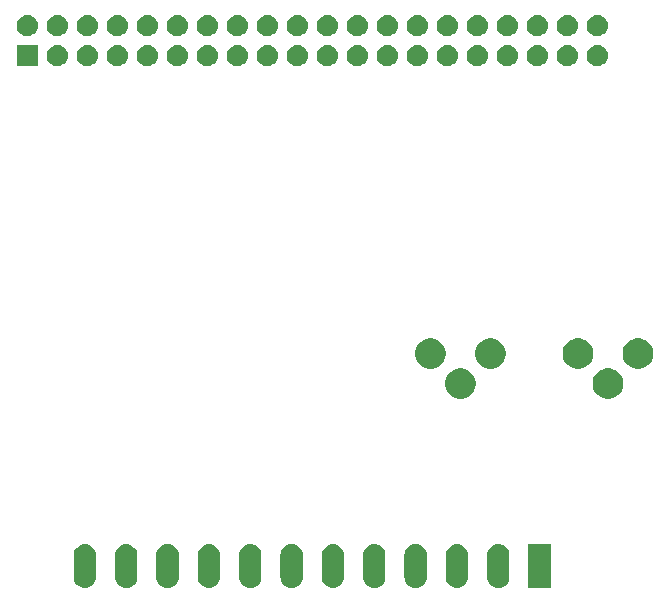
<source format=gbr>
G04 #@! TF.GenerationSoftware,KiCad,Pcbnew,(6.0.0-rc1-dev-1307-g4363cc0be)*
G04 #@! TF.CreationDate,2019-01-19T21:40:06+01:00
G04 #@! TF.ProjectId,authbox-relay-driver,61757468-626f-4782-9d72-656c61792d64,rev?*
G04 #@! TF.SameCoordinates,Original*
G04 #@! TF.FileFunction,Soldermask,Bot*
G04 #@! TF.FilePolarity,Negative*
%FSLAX46Y46*%
G04 Gerber Fmt 4.6, Leading zero omitted, Abs format (unit mm)*
G04 Created by KiCad (PCBNEW (6.0.0-rc1-dev-1307-g4363cc0be)) date Sat 19 Jan 2019 09:40:06 PM CET*
%MOMM*%
%LPD*%
G04 APERTURE LIST*
%ADD10C,0.100000*%
G04 APERTURE END LIST*
D10*
G36*
X130486425Y-132832760D02*
G01*
X130486428Y-132832761D01*
X130486429Y-132832761D01*
X130665693Y-132887140D01*
X130665695Y-132887141D01*
X130830905Y-132975448D01*
X130975712Y-133094288D01*
X131094552Y-133239095D01*
X131182859Y-133404305D01*
X131237240Y-133583575D01*
X131251000Y-133723282D01*
X131251000Y-135616718D01*
X131237240Y-135756425D01*
X131182859Y-135935695D01*
X131094552Y-136100905D01*
X130975712Y-136245712D01*
X130830904Y-136364554D01*
X130665697Y-136452858D01*
X130665694Y-136452859D01*
X130665692Y-136452860D01*
X130486428Y-136507239D01*
X130486427Y-136507239D01*
X130486424Y-136507240D01*
X130300000Y-136525601D01*
X130113575Y-136507240D01*
X130113572Y-136507239D01*
X130113571Y-136507239D01*
X129934307Y-136452860D01*
X129769097Y-136364553D01*
X129769095Y-136364552D01*
X129624288Y-136245712D01*
X129505446Y-136100904D01*
X129417142Y-135935697D01*
X129362762Y-135756429D01*
X129362761Y-135756428D01*
X129362761Y-135756427D01*
X129362760Y-135756424D01*
X129349000Y-135616717D01*
X129349000Y-133723283D01*
X129362761Y-133583575D01*
X129417142Y-133404305D01*
X129505449Y-133239095D01*
X129624289Y-133094288D01*
X129769096Y-132975448D01*
X129934306Y-132887141D01*
X129934308Y-132887140D01*
X130113572Y-132832761D01*
X130113573Y-132832761D01*
X130113576Y-132832760D01*
X130300000Y-132814399D01*
X130486425Y-132832760D01*
X130486425Y-132832760D01*
G37*
G36*
X133986425Y-132832760D02*
G01*
X133986428Y-132832761D01*
X133986429Y-132832761D01*
X134165693Y-132887140D01*
X134165695Y-132887141D01*
X134330905Y-132975448D01*
X134475712Y-133094288D01*
X134594552Y-133239095D01*
X134682859Y-133404305D01*
X134737240Y-133583575D01*
X134751000Y-133723282D01*
X134751000Y-135616718D01*
X134737240Y-135756425D01*
X134682859Y-135935695D01*
X134594552Y-136100905D01*
X134475712Y-136245712D01*
X134330904Y-136364554D01*
X134165697Y-136452858D01*
X134165694Y-136452859D01*
X134165692Y-136452860D01*
X133986428Y-136507239D01*
X133986427Y-136507239D01*
X133986424Y-136507240D01*
X133800000Y-136525601D01*
X133613575Y-136507240D01*
X133613572Y-136507239D01*
X133613571Y-136507239D01*
X133434307Y-136452860D01*
X133269097Y-136364553D01*
X133269095Y-136364552D01*
X133124288Y-136245712D01*
X133005446Y-136100904D01*
X132917142Y-135935697D01*
X132862762Y-135756429D01*
X132862761Y-135756428D01*
X132862761Y-135756427D01*
X132862760Y-135756424D01*
X132849000Y-135616717D01*
X132849000Y-133723283D01*
X132862761Y-133583575D01*
X132917142Y-133404305D01*
X133005449Y-133239095D01*
X133124289Y-133094288D01*
X133269096Y-132975448D01*
X133434306Y-132887141D01*
X133434308Y-132887140D01*
X133613572Y-132832761D01*
X133613573Y-132832761D01*
X133613576Y-132832760D01*
X133800000Y-132814399D01*
X133986425Y-132832760D01*
X133986425Y-132832760D01*
G37*
G36*
X137486425Y-132832760D02*
G01*
X137486428Y-132832761D01*
X137486429Y-132832761D01*
X137665693Y-132887140D01*
X137665695Y-132887141D01*
X137830905Y-132975448D01*
X137975712Y-133094288D01*
X138094552Y-133239095D01*
X138182859Y-133404305D01*
X138237240Y-133583575D01*
X138251000Y-133723282D01*
X138251000Y-135616718D01*
X138237240Y-135756425D01*
X138182859Y-135935695D01*
X138094552Y-136100905D01*
X137975712Y-136245712D01*
X137830904Y-136364554D01*
X137665697Y-136452858D01*
X137665694Y-136452859D01*
X137665692Y-136452860D01*
X137486428Y-136507239D01*
X137486427Y-136507239D01*
X137486424Y-136507240D01*
X137300000Y-136525601D01*
X137113575Y-136507240D01*
X137113572Y-136507239D01*
X137113571Y-136507239D01*
X136934307Y-136452860D01*
X136769097Y-136364553D01*
X136769095Y-136364552D01*
X136624288Y-136245712D01*
X136505446Y-136100904D01*
X136417142Y-135935697D01*
X136362762Y-135756429D01*
X136362761Y-135756428D01*
X136362761Y-135756427D01*
X136362760Y-135756424D01*
X136349000Y-135616717D01*
X136349000Y-133723283D01*
X136362761Y-133583575D01*
X136417142Y-133404305D01*
X136505449Y-133239095D01*
X136624289Y-133094288D01*
X136769096Y-132975448D01*
X136934306Y-132887141D01*
X136934308Y-132887140D01*
X137113572Y-132832761D01*
X137113573Y-132832761D01*
X137113576Y-132832760D01*
X137300000Y-132814399D01*
X137486425Y-132832760D01*
X137486425Y-132832760D01*
G37*
G36*
X140986425Y-132832760D02*
G01*
X140986428Y-132832761D01*
X140986429Y-132832761D01*
X141165693Y-132887140D01*
X141165695Y-132887141D01*
X141330905Y-132975448D01*
X141475712Y-133094288D01*
X141594552Y-133239095D01*
X141682859Y-133404305D01*
X141737240Y-133583575D01*
X141751000Y-133723282D01*
X141751000Y-135616718D01*
X141737240Y-135756425D01*
X141682859Y-135935695D01*
X141594552Y-136100905D01*
X141475712Y-136245712D01*
X141330904Y-136364554D01*
X141165697Y-136452858D01*
X141165694Y-136452859D01*
X141165692Y-136452860D01*
X140986428Y-136507239D01*
X140986427Y-136507239D01*
X140986424Y-136507240D01*
X140800000Y-136525601D01*
X140613575Y-136507240D01*
X140613572Y-136507239D01*
X140613571Y-136507239D01*
X140434307Y-136452860D01*
X140269097Y-136364553D01*
X140269095Y-136364552D01*
X140124288Y-136245712D01*
X140005446Y-136100904D01*
X139917142Y-135935697D01*
X139862762Y-135756429D01*
X139862761Y-135756428D01*
X139862761Y-135756427D01*
X139862760Y-135756424D01*
X139849000Y-135616717D01*
X139849000Y-133723283D01*
X139862761Y-133583575D01*
X139917142Y-133404305D01*
X140005449Y-133239095D01*
X140124289Y-133094288D01*
X140269096Y-132975448D01*
X140434306Y-132887141D01*
X140434308Y-132887140D01*
X140613572Y-132832761D01*
X140613573Y-132832761D01*
X140613576Y-132832760D01*
X140800000Y-132814399D01*
X140986425Y-132832760D01*
X140986425Y-132832760D01*
G37*
G36*
X144486425Y-132832760D02*
G01*
X144486428Y-132832761D01*
X144486429Y-132832761D01*
X144665693Y-132887140D01*
X144665695Y-132887141D01*
X144830905Y-132975448D01*
X144975712Y-133094288D01*
X145094552Y-133239095D01*
X145182859Y-133404305D01*
X145237240Y-133583575D01*
X145251000Y-133723282D01*
X145251000Y-135616718D01*
X145237240Y-135756425D01*
X145182859Y-135935695D01*
X145094552Y-136100905D01*
X144975712Y-136245712D01*
X144830904Y-136364554D01*
X144665697Y-136452858D01*
X144665694Y-136452859D01*
X144665692Y-136452860D01*
X144486428Y-136507239D01*
X144486427Y-136507239D01*
X144486424Y-136507240D01*
X144300000Y-136525601D01*
X144113575Y-136507240D01*
X144113572Y-136507239D01*
X144113571Y-136507239D01*
X143934307Y-136452860D01*
X143769097Y-136364553D01*
X143769095Y-136364552D01*
X143624288Y-136245712D01*
X143505446Y-136100904D01*
X143417142Y-135935697D01*
X143362762Y-135756429D01*
X143362761Y-135756428D01*
X143362761Y-135756427D01*
X143362760Y-135756424D01*
X143349000Y-135616717D01*
X143349000Y-133723283D01*
X143362761Y-133583575D01*
X143417142Y-133404305D01*
X143505449Y-133239095D01*
X143624289Y-133094288D01*
X143769096Y-132975448D01*
X143934306Y-132887141D01*
X143934308Y-132887140D01*
X144113572Y-132832761D01*
X144113573Y-132832761D01*
X144113576Y-132832760D01*
X144300000Y-132814399D01*
X144486425Y-132832760D01*
X144486425Y-132832760D01*
G37*
G36*
X147986425Y-132832760D02*
G01*
X147986428Y-132832761D01*
X147986429Y-132832761D01*
X148165693Y-132887140D01*
X148165695Y-132887141D01*
X148330905Y-132975448D01*
X148475712Y-133094288D01*
X148594552Y-133239095D01*
X148682859Y-133404305D01*
X148737240Y-133583575D01*
X148751000Y-133723282D01*
X148751000Y-135616718D01*
X148737240Y-135756425D01*
X148682859Y-135935695D01*
X148594552Y-136100905D01*
X148475712Y-136245712D01*
X148330904Y-136364554D01*
X148165697Y-136452858D01*
X148165694Y-136452859D01*
X148165692Y-136452860D01*
X147986428Y-136507239D01*
X147986427Y-136507239D01*
X147986424Y-136507240D01*
X147800000Y-136525601D01*
X147613575Y-136507240D01*
X147613572Y-136507239D01*
X147613571Y-136507239D01*
X147434307Y-136452860D01*
X147269097Y-136364553D01*
X147269095Y-136364552D01*
X147124288Y-136245712D01*
X147005446Y-136100904D01*
X146917142Y-135935697D01*
X146862762Y-135756429D01*
X146862761Y-135756428D01*
X146862761Y-135756427D01*
X146862760Y-135756424D01*
X146849000Y-135616717D01*
X146849000Y-133723283D01*
X146862761Y-133583575D01*
X146917142Y-133404305D01*
X147005449Y-133239095D01*
X147124289Y-133094288D01*
X147269096Y-132975448D01*
X147434306Y-132887141D01*
X147434308Y-132887140D01*
X147613572Y-132832761D01*
X147613573Y-132832761D01*
X147613576Y-132832760D01*
X147800000Y-132814399D01*
X147986425Y-132832760D01*
X147986425Y-132832760D01*
G37*
G36*
X151486425Y-132832760D02*
G01*
X151486428Y-132832761D01*
X151486429Y-132832761D01*
X151665693Y-132887140D01*
X151665695Y-132887141D01*
X151830905Y-132975448D01*
X151975712Y-133094288D01*
X152094552Y-133239095D01*
X152182859Y-133404305D01*
X152237240Y-133583575D01*
X152251000Y-133723282D01*
X152251000Y-135616718D01*
X152237240Y-135756425D01*
X152182859Y-135935695D01*
X152094552Y-136100905D01*
X151975712Y-136245712D01*
X151830904Y-136364554D01*
X151665697Y-136452858D01*
X151665694Y-136452859D01*
X151665692Y-136452860D01*
X151486428Y-136507239D01*
X151486427Y-136507239D01*
X151486424Y-136507240D01*
X151300000Y-136525601D01*
X151113575Y-136507240D01*
X151113572Y-136507239D01*
X151113571Y-136507239D01*
X150934307Y-136452860D01*
X150769097Y-136364553D01*
X150769095Y-136364552D01*
X150624288Y-136245712D01*
X150505446Y-136100904D01*
X150417142Y-135935697D01*
X150362762Y-135756429D01*
X150362761Y-135756428D01*
X150362761Y-135756427D01*
X150362760Y-135756424D01*
X150349000Y-135616717D01*
X150349000Y-133723283D01*
X150362761Y-133583575D01*
X150417142Y-133404305D01*
X150505449Y-133239095D01*
X150624289Y-133094288D01*
X150769096Y-132975448D01*
X150934306Y-132887141D01*
X150934308Y-132887140D01*
X151113572Y-132832761D01*
X151113573Y-132832761D01*
X151113576Y-132832760D01*
X151300000Y-132814399D01*
X151486425Y-132832760D01*
X151486425Y-132832760D01*
G37*
G36*
X154986425Y-132832760D02*
G01*
X154986428Y-132832761D01*
X154986429Y-132832761D01*
X155165693Y-132887140D01*
X155165695Y-132887141D01*
X155330905Y-132975448D01*
X155475712Y-133094288D01*
X155594552Y-133239095D01*
X155682859Y-133404305D01*
X155737240Y-133583575D01*
X155751000Y-133723282D01*
X155751000Y-135616718D01*
X155737240Y-135756425D01*
X155682859Y-135935695D01*
X155594552Y-136100905D01*
X155475712Y-136245712D01*
X155330904Y-136364554D01*
X155165697Y-136452858D01*
X155165694Y-136452859D01*
X155165692Y-136452860D01*
X154986428Y-136507239D01*
X154986427Y-136507239D01*
X154986424Y-136507240D01*
X154800000Y-136525601D01*
X154613575Y-136507240D01*
X154613572Y-136507239D01*
X154613571Y-136507239D01*
X154434307Y-136452860D01*
X154269097Y-136364553D01*
X154269095Y-136364552D01*
X154124288Y-136245712D01*
X154005446Y-136100904D01*
X153917142Y-135935697D01*
X153862762Y-135756429D01*
X153862761Y-135756428D01*
X153862761Y-135756427D01*
X153862760Y-135756424D01*
X153849000Y-135616717D01*
X153849000Y-133723283D01*
X153862761Y-133583575D01*
X153917142Y-133404305D01*
X154005449Y-133239095D01*
X154124289Y-133094288D01*
X154269096Y-132975448D01*
X154434306Y-132887141D01*
X154434308Y-132887140D01*
X154613572Y-132832761D01*
X154613573Y-132832761D01*
X154613576Y-132832760D01*
X154800000Y-132814399D01*
X154986425Y-132832760D01*
X154986425Y-132832760D01*
G37*
G36*
X158486425Y-132832760D02*
G01*
X158486428Y-132832761D01*
X158486429Y-132832761D01*
X158665693Y-132887140D01*
X158665695Y-132887141D01*
X158830905Y-132975448D01*
X158975712Y-133094288D01*
X159094552Y-133239095D01*
X159182859Y-133404305D01*
X159237240Y-133583575D01*
X159251000Y-133723282D01*
X159251000Y-135616718D01*
X159237240Y-135756425D01*
X159182859Y-135935695D01*
X159094552Y-136100905D01*
X158975712Y-136245712D01*
X158830904Y-136364554D01*
X158665697Y-136452858D01*
X158665694Y-136452859D01*
X158665692Y-136452860D01*
X158486428Y-136507239D01*
X158486427Y-136507239D01*
X158486424Y-136507240D01*
X158300000Y-136525601D01*
X158113575Y-136507240D01*
X158113572Y-136507239D01*
X158113571Y-136507239D01*
X157934307Y-136452860D01*
X157769097Y-136364553D01*
X157769095Y-136364552D01*
X157624288Y-136245712D01*
X157505446Y-136100904D01*
X157417142Y-135935697D01*
X157362762Y-135756429D01*
X157362761Y-135756428D01*
X157362761Y-135756427D01*
X157362760Y-135756424D01*
X157349000Y-135616717D01*
X157349000Y-133723283D01*
X157362761Y-133583575D01*
X157417142Y-133404305D01*
X157505449Y-133239095D01*
X157624289Y-133094288D01*
X157769096Y-132975448D01*
X157934306Y-132887141D01*
X157934308Y-132887140D01*
X158113572Y-132832761D01*
X158113573Y-132832761D01*
X158113576Y-132832760D01*
X158300000Y-132814399D01*
X158486425Y-132832760D01*
X158486425Y-132832760D01*
G37*
G36*
X161986425Y-132832760D02*
G01*
X161986428Y-132832761D01*
X161986429Y-132832761D01*
X162165693Y-132887140D01*
X162165695Y-132887141D01*
X162330905Y-132975448D01*
X162475712Y-133094288D01*
X162594552Y-133239095D01*
X162682859Y-133404305D01*
X162737240Y-133583575D01*
X162751000Y-133723282D01*
X162751000Y-135616718D01*
X162737240Y-135756425D01*
X162682859Y-135935695D01*
X162594552Y-136100905D01*
X162475712Y-136245712D01*
X162330904Y-136364554D01*
X162165697Y-136452858D01*
X162165694Y-136452859D01*
X162165692Y-136452860D01*
X161986428Y-136507239D01*
X161986427Y-136507239D01*
X161986424Y-136507240D01*
X161800000Y-136525601D01*
X161613575Y-136507240D01*
X161613572Y-136507239D01*
X161613571Y-136507239D01*
X161434307Y-136452860D01*
X161269097Y-136364553D01*
X161269095Y-136364552D01*
X161124288Y-136245712D01*
X161005446Y-136100904D01*
X160917142Y-135935697D01*
X160862762Y-135756429D01*
X160862761Y-135756428D01*
X160862761Y-135756427D01*
X160862760Y-135756424D01*
X160849000Y-135616717D01*
X160849000Y-133723283D01*
X160862761Y-133583575D01*
X160917142Y-133404305D01*
X161005449Y-133239095D01*
X161124289Y-133094288D01*
X161269096Y-132975448D01*
X161434306Y-132887141D01*
X161434308Y-132887140D01*
X161613572Y-132832761D01*
X161613573Y-132832761D01*
X161613576Y-132832760D01*
X161800000Y-132814399D01*
X161986425Y-132832760D01*
X161986425Y-132832760D01*
G37*
G36*
X126986425Y-132832760D02*
G01*
X126986428Y-132832761D01*
X126986429Y-132832761D01*
X127165693Y-132887140D01*
X127165695Y-132887141D01*
X127330905Y-132975448D01*
X127475712Y-133094288D01*
X127594552Y-133239095D01*
X127682859Y-133404305D01*
X127737240Y-133583575D01*
X127751000Y-133723282D01*
X127751000Y-135616718D01*
X127737240Y-135756425D01*
X127682859Y-135935695D01*
X127594552Y-136100905D01*
X127475712Y-136245712D01*
X127330904Y-136364554D01*
X127165697Y-136452858D01*
X127165694Y-136452859D01*
X127165692Y-136452860D01*
X126986428Y-136507239D01*
X126986427Y-136507239D01*
X126986424Y-136507240D01*
X126800000Y-136525601D01*
X126613575Y-136507240D01*
X126613572Y-136507239D01*
X126613571Y-136507239D01*
X126434307Y-136452860D01*
X126269097Y-136364553D01*
X126269095Y-136364552D01*
X126124288Y-136245712D01*
X126005446Y-136100904D01*
X125917142Y-135935697D01*
X125862762Y-135756429D01*
X125862761Y-135756428D01*
X125862761Y-135756427D01*
X125862760Y-135756424D01*
X125849000Y-135616717D01*
X125849000Y-133723283D01*
X125862761Y-133583575D01*
X125917142Y-133404305D01*
X126005449Y-133239095D01*
X126124289Y-133094288D01*
X126269096Y-132975448D01*
X126434306Y-132887141D01*
X126434308Y-132887140D01*
X126613572Y-132832761D01*
X126613573Y-132832761D01*
X126613576Y-132832760D01*
X126800000Y-132814399D01*
X126986425Y-132832760D01*
X126986425Y-132832760D01*
G37*
G36*
X166251000Y-136521000D02*
G01*
X164349000Y-136521000D01*
X164349000Y-132819000D01*
X166251000Y-132819000D01*
X166251000Y-136521000D01*
X166251000Y-136521000D01*
G37*
G36*
X171469485Y-117958996D02*
G01*
X171469487Y-117958997D01*
X171469488Y-117958997D01*
X171706255Y-118057069D01*
X171919342Y-118199449D01*
X172100551Y-118380658D01*
X172242931Y-118593745D01*
X172341004Y-118830515D01*
X172391000Y-119081861D01*
X172391000Y-119338139D01*
X172341004Y-119589485D01*
X172242931Y-119826255D01*
X172100551Y-120039342D01*
X171919342Y-120220551D01*
X171919339Y-120220553D01*
X171706255Y-120362931D01*
X171469488Y-120461003D01*
X171469487Y-120461003D01*
X171469485Y-120461004D01*
X171218139Y-120511000D01*
X170961861Y-120511000D01*
X170710515Y-120461004D01*
X170710513Y-120461003D01*
X170710512Y-120461003D01*
X170473745Y-120362931D01*
X170260661Y-120220553D01*
X170260658Y-120220551D01*
X170079449Y-120039342D01*
X169937069Y-119826255D01*
X169838996Y-119589485D01*
X169789000Y-119338139D01*
X169789000Y-119081861D01*
X169838996Y-118830515D01*
X169937069Y-118593745D01*
X170079449Y-118380658D01*
X170260658Y-118199449D01*
X170473745Y-118057069D01*
X170710512Y-117958997D01*
X170710513Y-117958997D01*
X170710515Y-117958996D01*
X170961861Y-117909000D01*
X171218139Y-117909000D01*
X171469485Y-117958996D01*
X171469485Y-117958996D01*
G37*
G36*
X158969485Y-117958996D02*
G01*
X158969487Y-117958997D01*
X158969488Y-117958997D01*
X159206255Y-118057069D01*
X159419342Y-118199449D01*
X159600551Y-118380658D01*
X159742931Y-118593745D01*
X159841004Y-118830515D01*
X159891000Y-119081861D01*
X159891000Y-119338139D01*
X159841004Y-119589485D01*
X159742931Y-119826255D01*
X159600551Y-120039342D01*
X159419342Y-120220551D01*
X159419339Y-120220553D01*
X159206255Y-120362931D01*
X158969488Y-120461003D01*
X158969487Y-120461003D01*
X158969485Y-120461004D01*
X158718139Y-120511000D01*
X158461861Y-120511000D01*
X158210515Y-120461004D01*
X158210513Y-120461003D01*
X158210512Y-120461003D01*
X157973745Y-120362931D01*
X157760661Y-120220553D01*
X157760658Y-120220551D01*
X157579449Y-120039342D01*
X157437069Y-119826255D01*
X157338996Y-119589485D01*
X157289000Y-119338139D01*
X157289000Y-119081861D01*
X157338996Y-118830515D01*
X157437069Y-118593745D01*
X157579449Y-118380658D01*
X157760658Y-118199449D01*
X157973745Y-118057069D01*
X158210512Y-117958997D01*
X158210513Y-117958997D01*
X158210515Y-117958996D01*
X158461861Y-117909000D01*
X158718139Y-117909000D01*
X158969485Y-117958996D01*
X158969485Y-117958996D01*
G37*
G36*
X156429485Y-115418996D02*
G01*
X156429487Y-115418997D01*
X156429488Y-115418997D01*
X156666255Y-115517069D01*
X156879342Y-115659449D01*
X157060551Y-115840658D01*
X157202931Y-116053745D01*
X157301004Y-116290515D01*
X157351000Y-116541861D01*
X157351000Y-116798139D01*
X157301004Y-117049485D01*
X157202931Y-117286255D01*
X157060551Y-117499342D01*
X156879342Y-117680551D01*
X156879339Y-117680553D01*
X156666255Y-117822931D01*
X156429488Y-117921003D01*
X156429487Y-117921003D01*
X156429485Y-117921004D01*
X156178139Y-117971000D01*
X155921861Y-117971000D01*
X155670515Y-117921004D01*
X155670513Y-117921003D01*
X155670512Y-117921003D01*
X155433745Y-117822931D01*
X155220661Y-117680553D01*
X155220658Y-117680551D01*
X155039449Y-117499342D01*
X154897069Y-117286255D01*
X154798996Y-117049485D01*
X154749000Y-116798139D01*
X154749000Y-116541861D01*
X154798996Y-116290515D01*
X154897069Y-116053745D01*
X155039449Y-115840658D01*
X155220658Y-115659449D01*
X155433745Y-115517069D01*
X155670512Y-115418997D01*
X155670513Y-115418997D01*
X155670515Y-115418996D01*
X155921861Y-115369000D01*
X156178139Y-115369000D01*
X156429485Y-115418996D01*
X156429485Y-115418996D01*
G37*
G36*
X161509485Y-115418996D02*
G01*
X161509487Y-115418997D01*
X161509488Y-115418997D01*
X161746255Y-115517069D01*
X161959342Y-115659449D01*
X162140551Y-115840658D01*
X162282931Y-116053745D01*
X162381004Y-116290515D01*
X162431000Y-116541861D01*
X162431000Y-116798139D01*
X162381004Y-117049485D01*
X162282931Y-117286255D01*
X162140551Y-117499342D01*
X161959342Y-117680551D01*
X161959339Y-117680553D01*
X161746255Y-117822931D01*
X161509488Y-117921003D01*
X161509487Y-117921003D01*
X161509485Y-117921004D01*
X161258139Y-117971000D01*
X161001861Y-117971000D01*
X160750515Y-117921004D01*
X160750513Y-117921003D01*
X160750512Y-117921003D01*
X160513745Y-117822931D01*
X160300661Y-117680553D01*
X160300658Y-117680551D01*
X160119449Y-117499342D01*
X159977069Y-117286255D01*
X159878996Y-117049485D01*
X159829000Y-116798139D01*
X159829000Y-116541861D01*
X159878996Y-116290515D01*
X159977069Y-116053745D01*
X160119449Y-115840658D01*
X160300658Y-115659449D01*
X160513745Y-115517069D01*
X160750512Y-115418997D01*
X160750513Y-115418997D01*
X160750515Y-115418996D01*
X161001861Y-115369000D01*
X161258139Y-115369000D01*
X161509485Y-115418996D01*
X161509485Y-115418996D01*
G37*
G36*
X168929485Y-115418996D02*
G01*
X168929487Y-115418997D01*
X168929488Y-115418997D01*
X169166255Y-115517069D01*
X169379342Y-115659449D01*
X169560551Y-115840658D01*
X169702931Y-116053745D01*
X169801004Y-116290515D01*
X169851000Y-116541861D01*
X169851000Y-116798139D01*
X169801004Y-117049485D01*
X169702931Y-117286255D01*
X169560551Y-117499342D01*
X169379342Y-117680551D01*
X169379339Y-117680553D01*
X169166255Y-117822931D01*
X168929488Y-117921003D01*
X168929487Y-117921003D01*
X168929485Y-117921004D01*
X168678139Y-117971000D01*
X168421861Y-117971000D01*
X168170515Y-117921004D01*
X168170513Y-117921003D01*
X168170512Y-117921003D01*
X167933745Y-117822931D01*
X167720661Y-117680553D01*
X167720658Y-117680551D01*
X167539449Y-117499342D01*
X167397069Y-117286255D01*
X167298996Y-117049485D01*
X167249000Y-116798139D01*
X167249000Y-116541861D01*
X167298996Y-116290515D01*
X167397069Y-116053745D01*
X167539449Y-115840658D01*
X167720658Y-115659449D01*
X167933745Y-115517069D01*
X168170512Y-115418997D01*
X168170513Y-115418997D01*
X168170515Y-115418996D01*
X168421861Y-115369000D01*
X168678139Y-115369000D01*
X168929485Y-115418996D01*
X168929485Y-115418996D01*
G37*
G36*
X174009485Y-115418996D02*
G01*
X174009487Y-115418997D01*
X174009488Y-115418997D01*
X174246255Y-115517069D01*
X174459342Y-115659449D01*
X174640551Y-115840658D01*
X174782931Y-116053745D01*
X174881004Y-116290515D01*
X174931000Y-116541861D01*
X174931000Y-116798139D01*
X174881004Y-117049485D01*
X174782931Y-117286255D01*
X174640551Y-117499342D01*
X174459342Y-117680551D01*
X174459339Y-117680553D01*
X174246255Y-117822931D01*
X174009488Y-117921003D01*
X174009487Y-117921003D01*
X174009485Y-117921004D01*
X173758139Y-117971000D01*
X173501861Y-117971000D01*
X173250515Y-117921004D01*
X173250513Y-117921003D01*
X173250512Y-117921003D01*
X173013745Y-117822931D01*
X172800661Y-117680553D01*
X172800658Y-117680551D01*
X172619449Y-117499342D01*
X172477069Y-117286255D01*
X172378996Y-117049485D01*
X172329000Y-116798139D01*
X172329000Y-116541861D01*
X172378996Y-116290515D01*
X172477069Y-116053745D01*
X172619449Y-115840658D01*
X172800658Y-115659449D01*
X173013745Y-115517069D01*
X173250512Y-115418997D01*
X173250513Y-115418997D01*
X173250515Y-115418996D01*
X173501861Y-115369000D01*
X173758139Y-115369000D01*
X174009485Y-115418996D01*
X174009485Y-115418996D01*
G37*
G36*
X165210443Y-90545519D02*
G01*
X165276627Y-90552037D01*
X165389853Y-90586384D01*
X165446467Y-90603557D01*
X165585087Y-90677652D01*
X165602991Y-90687222D01*
X165638729Y-90716552D01*
X165740186Y-90799814D01*
X165823448Y-90901271D01*
X165852778Y-90937009D01*
X165852779Y-90937011D01*
X165936443Y-91093533D01*
X165936443Y-91093534D01*
X165987963Y-91263373D01*
X166005359Y-91440000D01*
X165987963Y-91616627D01*
X165953616Y-91729853D01*
X165936443Y-91786467D01*
X165862348Y-91925087D01*
X165852778Y-91942991D01*
X165823448Y-91978729D01*
X165740186Y-92080186D01*
X165638729Y-92163448D01*
X165602991Y-92192778D01*
X165602989Y-92192779D01*
X165446467Y-92276443D01*
X165389853Y-92293616D01*
X165276627Y-92327963D01*
X165210443Y-92334481D01*
X165144260Y-92341000D01*
X165055740Y-92341000D01*
X164989557Y-92334481D01*
X164923373Y-92327963D01*
X164810147Y-92293616D01*
X164753533Y-92276443D01*
X164597011Y-92192779D01*
X164597009Y-92192778D01*
X164561271Y-92163448D01*
X164459814Y-92080186D01*
X164376552Y-91978729D01*
X164347222Y-91942991D01*
X164337652Y-91925087D01*
X164263557Y-91786467D01*
X164246384Y-91729853D01*
X164212037Y-91616627D01*
X164194641Y-91440000D01*
X164212037Y-91263373D01*
X164263557Y-91093534D01*
X164263557Y-91093533D01*
X164347221Y-90937011D01*
X164347222Y-90937009D01*
X164376552Y-90901271D01*
X164459814Y-90799814D01*
X164561271Y-90716552D01*
X164597009Y-90687222D01*
X164614913Y-90677652D01*
X164753533Y-90603557D01*
X164810147Y-90586384D01*
X164923373Y-90552037D01*
X164989558Y-90545518D01*
X165055740Y-90539000D01*
X165144260Y-90539000D01*
X165210443Y-90545519D01*
X165210443Y-90545519D01*
G37*
G36*
X162670443Y-90545519D02*
G01*
X162736627Y-90552037D01*
X162849853Y-90586384D01*
X162906467Y-90603557D01*
X163045087Y-90677652D01*
X163062991Y-90687222D01*
X163098729Y-90716552D01*
X163200186Y-90799814D01*
X163283448Y-90901271D01*
X163312778Y-90937009D01*
X163312779Y-90937011D01*
X163396443Y-91093533D01*
X163396443Y-91093534D01*
X163447963Y-91263373D01*
X163465359Y-91440000D01*
X163447963Y-91616627D01*
X163413616Y-91729853D01*
X163396443Y-91786467D01*
X163322348Y-91925087D01*
X163312778Y-91942991D01*
X163283448Y-91978729D01*
X163200186Y-92080186D01*
X163098729Y-92163448D01*
X163062991Y-92192778D01*
X163062989Y-92192779D01*
X162906467Y-92276443D01*
X162849853Y-92293616D01*
X162736627Y-92327963D01*
X162670443Y-92334481D01*
X162604260Y-92341000D01*
X162515740Y-92341000D01*
X162449557Y-92334481D01*
X162383373Y-92327963D01*
X162270147Y-92293616D01*
X162213533Y-92276443D01*
X162057011Y-92192779D01*
X162057009Y-92192778D01*
X162021271Y-92163448D01*
X161919814Y-92080186D01*
X161836552Y-91978729D01*
X161807222Y-91942991D01*
X161797652Y-91925087D01*
X161723557Y-91786467D01*
X161706384Y-91729853D01*
X161672037Y-91616627D01*
X161654641Y-91440000D01*
X161672037Y-91263373D01*
X161723557Y-91093534D01*
X161723557Y-91093533D01*
X161807221Y-90937011D01*
X161807222Y-90937009D01*
X161836552Y-90901271D01*
X161919814Y-90799814D01*
X162021271Y-90716552D01*
X162057009Y-90687222D01*
X162074913Y-90677652D01*
X162213533Y-90603557D01*
X162270147Y-90586384D01*
X162383373Y-90552037D01*
X162449558Y-90545518D01*
X162515740Y-90539000D01*
X162604260Y-90539000D01*
X162670443Y-90545519D01*
X162670443Y-90545519D01*
G37*
G36*
X160130443Y-90545519D02*
G01*
X160196627Y-90552037D01*
X160309853Y-90586384D01*
X160366467Y-90603557D01*
X160505087Y-90677652D01*
X160522991Y-90687222D01*
X160558729Y-90716552D01*
X160660186Y-90799814D01*
X160743448Y-90901271D01*
X160772778Y-90937009D01*
X160772779Y-90937011D01*
X160856443Y-91093533D01*
X160856443Y-91093534D01*
X160907963Y-91263373D01*
X160925359Y-91440000D01*
X160907963Y-91616627D01*
X160873616Y-91729853D01*
X160856443Y-91786467D01*
X160782348Y-91925087D01*
X160772778Y-91942991D01*
X160743448Y-91978729D01*
X160660186Y-92080186D01*
X160558729Y-92163448D01*
X160522991Y-92192778D01*
X160522989Y-92192779D01*
X160366467Y-92276443D01*
X160309853Y-92293616D01*
X160196627Y-92327963D01*
X160130443Y-92334481D01*
X160064260Y-92341000D01*
X159975740Y-92341000D01*
X159909557Y-92334481D01*
X159843373Y-92327963D01*
X159730147Y-92293616D01*
X159673533Y-92276443D01*
X159517011Y-92192779D01*
X159517009Y-92192778D01*
X159481271Y-92163448D01*
X159379814Y-92080186D01*
X159296552Y-91978729D01*
X159267222Y-91942991D01*
X159257652Y-91925087D01*
X159183557Y-91786467D01*
X159166384Y-91729853D01*
X159132037Y-91616627D01*
X159114641Y-91440000D01*
X159132037Y-91263373D01*
X159183557Y-91093534D01*
X159183557Y-91093533D01*
X159267221Y-90937011D01*
X159267222Y-90937009D01*
X159296552Y-90901271D01*
X159379814Y-90799814D01*
X159481271Y-90716552D01*
X159517009Y-90687222D01*
X159534913Y-90677652D01*
X159673533Y-90603557D01*
X159730147Y-90586384D01*
X159843373Y-90552037D01*
X159909558Y-90545518D01*
X159975740Y-90539000D01*
X160064260Y-90539000D01*
X160130443Y-90545519D01*
X160130443Y-90545519D01*
G37*
G36*
X157590443Y-90545519D02*
G01*
X157656627Y-90552037D01*
X157769853Y-90586384D01*
X157826467Y-90603557D01*
X157965087Y-90677652D01*
X157982991Y-90687222D01*
X158018729Y-90716552D01*
X158120186Y-90799814D01*
X158203448Y-90901271D01*
X158232778Y-90937009D01*
X158232779Y-90937011D01*
X158316443Y-91093533D01*
X158316443Y-91093534D01*
X158367963Y-91263373D01*
X158385359Y-91440000D01*
X158367963Y-91616627D01*
X158333616Y-91729853D01*
X158316443Y-91786467D01*
X158242348Y-91925087D01*
X158232778Y-91942991D01*
X158203448Y-91978729D01*
X158120186Y-92080186D01*
X158018729Y-92163448D01*
X157982991Y-92192778D01*
X157982989Y-92192779D01*
X157826467Y-92276443D01*
X157769853Y-92293616D01*
X157656627Y-92327963D01*
X157590443Y-92334481D01*
X157524260Y-92341000D01*
X157435740Y-92341000D01*
X157369557Y-92334481D01*
X157303373Y-92327963D01*
X157190147Y-92293616D01*
X157133533Y-92276443D01*
X156977011Y-92192779D01*
X156977009Y-92192778D01*
X156941271Y-92163448D01*
X156839814Y-92080186D01*
X156756552Y-91978729D01*
X156727222Y-91942991D01*
X156717652Y-91925087D01*
X156643557Y-91786467D01*
X156626384Y-91729853D01*
X156592037Y-91616627D01*
X156574641Y-91440000D01*
X156592037Y-91263373D01*
X156643557Y-91093534D01*
X156643557Y-91093533D01*
X156727221Y-90937011D01*
X156727222Y-90937009D01*
X156756552Y-90901271D01*
X156839814Y-90799814D01*
X156941271Y-90716552D01*
X156977009Y-90687222D01*
X156994913Y-90677652D01*
X157133533Y-90603557D01*
X157190147Y-90586384D01*
X157303373Y-90552037D01*
X157369558Y-90545518D01*
X157435740Y-90539000D01*
X157524260Y-90539000D01*
X157590443Y-90545519D01*
X157590443Y-90545519D01*
G37*
G36*
X152510443Y-90545519D02*
G01*
X152576627Y-90552037D01*
X152689853Y-90586384D01*
X152746467Y-90603557D01*
X152885087Y-90677652D01*
X152902991Y-90687222D01*
X152938729Y-90716552D01*
X153040186Y-90799814D01*
X153123448Y-90901271D01*
X153152778Y-90937009D01*
X153152779Y-90937011D01*
X153236443Y-91093533D01*
X153236443Y-91093534D01*
X153287963Y-91263373D01*
X153305359Y-91440000D01*
X153287963Y-91616627D01*
X153253616Y-91729853D01*
X153236443Y-91786467D01*
X153162348Y-91925087D01*
X153152778Y-91942991D01*
X153123448Y-91978729D01*
X153040186Y-92080186D01*
X152938729Y-92163448D01*
X152902991Y-92192778D01*
X152902989Y-92192779D01*
X152746467Y-92276443D01*
X152689853Y-92293616D01*
X152576627Y-92327963D01*
X152510443Y-92334481D01*
X152444260Y-92341000D01*
X152355740Y-92341000D01*
X152289557Y-92334481D01*
X152223373Y-92327963D01*
X152110147Y-92293616D01*
X152053533Y-92276443D01*
X151897011Y-92192779D01*
X151897009Y-92192778D01*
X151861271Y-92163448D01*
X151759814Y-92080186D01*
X151676552Y-91978729D01*
X151647222Y-91942991D01*
X151637652Y-91925087D01*
X151563557Y-91786467D01*
X151546384Y-91729853D01*
X151512037Y-91616627D01*
X151494641Y-91440000D01*
X151512037Y-91263373D01*
X151563557Y-91093534D01*
X151563557Y-91093533D01*
X151647221Y-90937011D01*
X151647222Y-90937009D01*
X151676552Y-90901271D01*
X151759814Y-90799814D01*
X151861271Y-90716552D01*
X151897009Y-90687222D01*
X151914913Y-90677652D01*
X152053533Y-90603557D01*
X152110147Y-90586384D01*
X152223373Y-90552037D01*
X152289557Y-90545519D01*
X152355740Y-90539000D01*
X152444260Y-90539000D01*
X152510443Y-90545519D01*
X152510443Y-90545519D01*
G37*
G36*
X149970443Y-90545519D02*
G01*
X150036627Y-90552037D01*
X150149853Y-90586384D01*
X150206467Y-90603557D01*
X150345087Y-90677652D01*
X150362991Y-90687222D01*
X150398729Y-90716552D01*
X150500186Y-90799814D01*
X150583448Y-90901271D01*
X150612778Y-90937009D01*
X150612779Y-90937011D01*
X150696443Y-91093533D01*
X150696443Y-91093534D01*
X150747963Y-91263373D01*
X150765359Y-91440000D01*
X150747963Y-91616627D01*
X150713616Y-91729853D01*
X150696443Y-91786467D01*
X150622348Y-91925087D01*
X150612778Y-91942991D01*
X150583448Y-91978729D01*
X150500186Y-92080186D01*
X150398729Y-92163448D01*
X150362991Y-92192778D01*
X150362989Y-92192779D01*
X150206467Y-92276443D01*
X150149853Y-92293616D01*
X150036627Y-92327963D01*
X149970443Y-92334481D01*
X149904260Y-92341000D01*
X149815740Y-92341000D01*
X149749557Y-92334481D01*
X149683373Y-92327963D01*
X149570147Y-92293616D01*
X149513533Y-92276443D01*
X149357011Y-92192779D01*
X149357009Y-92192778D01*
X149321271Y-92163448D01*
X149219814Y-92080186D01*
X149136552Y-91978729D01*
X149107222Y-91942991D01*
X149097652Y-91925087D01*
X149023557Y-91786467D01*
X149006384Y-91729853D01*
X148972037Y-91616627D01*
X148954641Y-91440000D01*
X148972037Y-91263373D01*
X149023557Y-91093534D01*
X149023557Y-91093533D01*
X149107221Y-90937011D01*
X149107222Y-90937009D01*
X149136552Y-90901271D01*
X149219814Y-90799814D01*
X149321271Y-90716552D01*
X149357009Y-90687222D01*
X149374913Y-90677652D01*
X149513533Y-90603557D01*
X149570147Y-90586384D01*
X149683373Y-90552037D01*
X149749557Y-90545519D01*
X149815740Y-90539000D01*
X149904260Y-90539000D01*
X149970443Y-90545519D01*
X149970443Y-90545519D01*
G37*
G36*
X147430443Y-90545519D02*
G01*
X147496627Y-90552037D01*
X147609853Y-90586384D01*
X147666467Y-90603557D01*
X147805087Y-90677652D01*
X147822991Y-90687222D01*
X147858729Y-90716552D01*
X147960186Y-90799814D01*
X148043448Y-90901271D01*
X148072778Y-90937009D01*
X148072779Y-90937011D01*
X148156443Y-91093533D01*
X148156443Y-91093534D01*
X148207963Y-91263373D01*
X148225359Y-91440000D01*
X148207963Y-91616627D01*
X148173616Y-91729853D01*
X148156443Y-91786467D01*
X148082348Y-91925087D01*
X148072778Y-91942991D01*
X148043448Y-91978729D01*
X147960186Y-92080186D01*
X147858729Y-92163448D01*
X147822991Y-92192778D01*
X147822989Y-92192779D01*
X147666467Y-92276443D01*
X147609853Y-92293616D01*
X147496627Y-92327963D01*
X147430443Y-92334481D01*
X147364260Y-92341000D01*
X147275740Y-92341000D01*
X147209557Y-92334481D01*
X147143373Y-92327963D01*
X147030147Y-92293616D01*
X146973533Y-92276443D01*
X146817011Y-92192779D01*
X146817009Y-92192778D01*
X146781271Y-92163448D01*
X146679814Y-92080186D01*
X146596552Y-91978729D01*
X146567222Y-91942991D01*
X146557652Y-91925087D01*
X146483557Y-91786467D01*
X146466384Y-91729853D01*
X146432037Y-91616627D01*
X146414641Y-91440000D01*
X146432037Y-91263373D01*
X146483557Y-91093534D01*
X146483557Y-91093533D01*
X146567221Y-90937011D01*
X146567222Y-90937009D01*
X146596552Y-90901271D01*
X146679814Y-90799814D01*
X146781271Y-90716552D01*
X146817009Y-90687222D01*
X146834913Y-90677652D01*
X146973533Y-90603557D01*
X147030147Y-90586384D01*
X147143373Y-90552037D01*
X147209557Y-90545519D01*
X147275740Y-90539000D01*
X147364260Y-90539000D01*
X147430443Y-90545519D01*
X147430443Y-90545519D01*
G37*
G36*
X144890443Y-90545519D02*
G01*
X144956627Y-90552037D01*
X145069853Y-90586384D01*
X145126467Y-90603557D01*
X145265087Y-90677652D01*
X145282991Y-90687222D01*
X145318729Y-90716552D01*
X145420186Y-90799814D01*
X145503448Y-90901271D01*
X145532778Y-90937009D01*
X145532779Y-90937011D01*
X145616443Y-91093533D01*
X145616443Y-91093534D01*
X145667963Y-91263373D01*
X145685359Y-91440000D01*
X145667963Y-91616627D01*
X145633616Y-91729853D01*
X145616443Y-91786467D01*
X145542348Y-91925087D01*
X145532778Y-91942991D01*
X145503448Y-91978729D01*
X145420186Y-92080186D01*
X145318729Y-92163448D01*
X145282991Y-92192778D01*
X145282989Y-92192779D01*
X145126467Y-92276443D01*
X145069853Y-92293616D01*
X144956627Y-92327963D01*
X144890443Y-92334481D01*
X144824260Y-92341000D01*
X144735740Y-92341000D01*
X144669557Y-92334481D01*
X144603373Y-92327963D01*
X144490147Y-92293616D01*
X144433533Y-92276443D01*
X144277011Y-92192779D01*
X144277009Y-92192778D01*
X144241271Y-92163448D01*
X144139814Y-92080186D01*
X144056552Y-91978729D01*
X144027222Y-91942991D01*
X144017652Y-91925087D01*
X143943557Y-91786467D01*
X143926384Y-91729853D01*
X143892037Y-91616627D01*
X143874641Y-91440000D01*
X143892037Y-91263373D01*
X143943557Y-91093534D01*
X143943557Y-91093533D01*
X144027221Y-90937011D01*
X144027222Y-90937009D01*
X144056552Y-90901271D01*
X144139814Y-90799814D01*
X144241271Y-90716552D01*
X144277009Y-90687222D01*
X144294913Y-90677652D01*
X144433533Y-90603557D01*
X144490147Y-90586384D01*
X144603373Y-90552037D01*
X144669557Y-90545519D01*
X144735740Y-90539000D01*
X144824260Y-90539000D01*
X144890443Y-90545519D01*
X144890443Y-90545519D01*
G37*
G36*
X167750443Y-90545519D02*
G01*
X167816627Y-90552037D01*
X167929853Y-90586384D01*
X167986467Y-90603557D01*
X168125087Y-90677652D01*
X168142991Y-90687222D01*
X168178729Y-90716552D01*
X168280186Y-90799814D01*
X168363448Y-90901271D01*
X168392778Y-90937009D01*
X168392779Y-90937011D01*
X168476443Y-91093533D01*
X168476443Y-91093534D01*
X168527963Y-91263373D01*
X168545359Y-91440000D01*
X168527963Y-91616627D01*
X168493616Y-91729853D01*
X168476443Y-91786467D01*
X168402348Y-91925087D01*
X168392778Y-91942991D01*
X168363448Y-91978729D01*
X168280186Y-92080186D01*
X168178729Y-92163448D01*
X168142991Y-92192778D01*
X168142989Y-92192779D01*
X167986467Y-92276443D01*
X167929853Y-92293616D01*
X167816627Y-92327963D01*
X167750443Y-92334481D01*
X167684260Y-92341000D01*
X167595740Y-92341000D01*
X167529557Y-92334481D01*
X167463373Y-92327963D01*
X167350147Y-92293616D01*
X167293533Y-92276443D01*
X167137011Y-92192779D01*
X167137009Y-92192778D01*
X167101271Y-92163448D01*
X166999814Y-92080186D01*
X166916552Y-91978729D01*
X166887222Y-91942991D01*
X166877652Y-91925087D01*
X166803557Y-91786467D01*
X166786384Y-91729853D01*
X166752037Y-91616627D01*
X166734641Y-91440000D01*
X166752037Y-91263373D01*
X166803557Y-91093534D01*
X166803557Y-91093533D01*
X166887221Y-90937011D01*
X166887222Y-90937009D01*
X166916552Y-90901271D01*
X166999814Y-90799814D01*
X167101271Y-90716552D01*
X167137009Y-90687222D01*
X167154913Y-90677652D01*
X167293533Y-90603557D01*
X167350147Y-90586384D01*
X167463373Y-90552037D01*
X167529558Y-90545518D01*
X167595740Y-90539000D01*
X167684260Y-90539000D01*
X167750443Y-90545519D01*
X167750443Y-90545519D01*
G37*
G36*
X139810443Y-90545519D02*
G01*
X139876627Y-90552037D01*
X139989853Y-90586384D01*
X140046467Y-90603557D01*
X140185087Y-90677652D01*
X140202991Y-90687222D01*
X140238729Y-90716552D01*
X140340186Y-90799814D01*
X140423448Y-90901271D01*
X140452778Y-90937009D01*
X140452779Y-90937011D01*
X140536443Y-91093533D01*
X140536443Y-91093534D01*
X140587963Y-91263373D01*
X140605359Y-91440000D01*
X140587963Y-91616627D01*
X140553616Y-91729853D01*
X140536443Y-91786467D01*
X140462348Y-91925087D01*
X140452778Y-91942991D01*
X140423448Y-91978729D01*
X140340186Y-92080186D01*
X140238729Y-92163448D01*
X140202991Y-92192778D01*
X140202989Y-92192779D01*
X140046467Y-92276443D01*
X139989853Y-92293616D01*
X139876627Y-92327963D01*
X139810443Y-92334481D01*
X139744260Y-92341000D01*
X139655740Y-92341000D01*
X139589557Y-92334481D01*
X139523373Y-92327963D01*
X139410147Y-92293616D01*
X139353533Y-92276443D01*
X139197011Y-92192779D01*
X139197009Y-92192778D01*
X139161271Y-92163448D01*
X139059814Y-92080186D01*
X138976552Y-91978729D01*
X138947222Y-91942991D01*
X138937652Y-91925087D01*
X138863557Y-91786467D01*
X138846384Y-91729853D01*
X138812037Y-91616627D01*
X138794641Y-91440000D01*
X138812037Y-91263373D01*
X138863557Y-91093534D01*
X138863557Y-91093533D01*
X138947221Y-90937011D01*
X138947222Y-90937009D01*
X138976552Y-90901271D01*
X139059814Y-90799814D01*
X139161271Y-90716552D01*
X139197009Y-90687222D01*
X139214913Y-90677652D01*
X139353533Y-90603557D01*
X139410147Y-90586384D01*
X139523373Y-90552037D01*
X139589557Y-90545519D01*
X139655740Y-90539000D01*
X139744260Y-90539000D01*
X139810443Y-90545519D01*
X139810443Y-90545519D01*
G37*
G36*
X134730443Y-90545519D02*
G01*
X134796627Y-90552037D01*
X134909853Y-90586384D01*
X134966467Y-90603557D01*
X135105087Y-90677652D01*
X135122991Y-90687222D01*
X135158729Y-90716552D01*
X135260186Y-90799814D01*
X135343448Y-90901271D01*
X135372778Y-90937009D01*
X135372779Y-90937011D01*
X135456443Y-91093533D01*
X135456443Y-91093534D01*
X135507963Y-91263373D01*
X135525359Y-91440000D01*
X135507963Y-91616627D01*
X135473616Y-91729853D01*
X135456443Y-91786467D01*
X135382348Y-91925087D01*
X135372778Y-91942991D01*
X135343448Y-91978729D01*
X135260186Y-92080186D01*
X135158729Y-92163448D01*
X135122991Y-92192778D01*
X135122989Y-92192779D01*
X134966467Y-92276443D01*
X134909853Y-92293616D01*
X134796627Y-92327963D01*
X134730443Y-92334481D01*
X134664260Y-92341000D01*
X134575740Y-92341000D01*
X134509557Y-92334481D01*
X134443373Y-92327963D01*
X134330147Y-92293616D01*
X134273533Y-92276443D01*
X134117011Y-92192779D01*
X134117009Y-92192778D01*
X134081271Y-92163448D01*
X133979814Y-92080186D01*
X133896552Y-91978729D01*
X133867222Y-91942991D01*
X133857652Y-91925087D01*
X133783557Y-91786467D01*
X133766384Y-91729853D01*
X133732037Y-91616627D01*
X133714641Y-91440000D01*
X133732037Y-91263373D01*
X133783557Y-91093534D01*
X133783557Y-91093533D01*
X133867221Y-90937011D01*
X133867222Y-90937009D01*
X133896552Y-90901271D01*
X133979814Y-90799814D01*
X134081271Y-90716552D01*
X134117009Y-90687222D01*
X134134913Y-90677652D01*
X134273533Y-90603557D01*
X134330147Y-90586384D01*
X134443373Y-90552037D01*
X134509557Y-90545519D01*
X134575740Y-90539000D01*
X134664260Y-90539000D01*
X134730443Y-90545519D01*
X134730443Y-90545519D01*
G37*
G36*
X137270443Y-90545519D02*
G01*
X137336627Y-90552037D01*
X137449853Y-90586384D01*
X137506467Y-90603557D01*
X137645087Y-90677652D01*
X137662991Y-90687222D01*
X137698729Y-90716552D01*
X137800186Y-90799814D01*
X137883448Y-90901271D01*
X137912778Y-90937009D01*
X137912779Y-90937011D01*
X137996443Y-91093533D01*
X137996443Y-91093534D01*
X138047963Y-91263373D01*
X138065359Y-91440000D01*
X138047963Y-91616627D01*
X138013616Y-91729853D01*
X137996443Y-91786467D01*
X137922348Y-91925087D01*
X137912778Y-91942991D01*
X137883448Y-91978729D01*
X137800186Y-92080186D01*
X137698729Y-92163448D01*
X137662991Y-92192778D01*
X137662989Y-92192779D01*
X137506467Y-92276443D01*
X137449853Y-92293616D01*
X137336627Y-92327963D01*
X137270443Y-92334481D01*
X137204260Y-92341000D01*
X137115740Y-92341000D01*
X137049557Y-92334481D01*
X136983373Y-92327963D01*
X136870147Y-92293616D01*
X136813533Y-92276443D01*
X136657011Y-92192779D01*
X136657009Y-92192778D01*
X136621271Y-92163448D01*
X136519814Y-92080186D01*
X136436552Y-91978729D01*
X136407222Y-91942991D01*
X136397652Y-91925087D01*
X136323557Y-91786467D01*
X136306384Y-91729853D01*
X136272037Y-91616627D01*
X136254641Y-91440000D01*
X136272037Y-91263373D01*
X136323557Y-91093534D01*
X136323557Y-91093533D01*
X136407221Y-90937011D01*
X136407222Y-90937009D01*
X136436552Y-90901271D01*
X136519814Y-90799814D01*
X136621271Y-90716552D01*
X136657009Y-90687222D01*
X136674913Y-90677652D01*
X136813533Y-90603557D01*
X136870147Y-90586384D01*
X136983373Y-90552037D01*
X137049557Y-90545519D01*
X137115740Y-90539000D01*
X137204260Y-90539000D01*
X137270443Y-90545519D01*
X137270443Y-90545519D01*
G37*
G36*
X142350443Y-90545519D02*
G01*
X142416627Y-90552037D01*
X142529853Y-90586384D01*
X142586467Y-90603557D01*
X142725087Y-90677652D01*
X142742991Y-90687222D01*
X142778729Y-90716552D01*
X142880186Y-90799814D01*
X142963448Y-90901271D01*
X142992778Y-90937009D01*
X142992779Y-90937011D01*
X143076443Y-91093533D01*
X143076443Y-91093534D01*
X143127963Y-91263373D01*
X143145359Y-91440000D01*
X143127963Y-91616627D01*
X143093616Y-91729853D01*
X143076443Y-91786467D01*
X143002348Y-91925087D01*
X142992778Y-91942991D01*
X142963448Y-91978729D01*
X142880186Y-92080186D01*
X142778729Y-92163448D01*
X142742991Y-92192778D01*
X142742989Y-92192779D01*
X142586467Y-92276443D01*
X142529853Y-92293616D01*
X142416627Y-92327963D01*
X142350443Y-92334481D01*
X142284260Y-92341000D01*
X142195740Y-92341000D01*
X142129557Y-92334481D01*
X142063373Y-92327963D01*
X141950147Y-92293616D01*
X141893533Y-92276443D01*
X141737011Y-92192779D01*
X141737009Y-92192778D01*
X141701271Y-92163448D01*
X141599814Y-92080186D01*
X141516552Y-91978729D01*
X141487222Y-91942991D01*
X141477652Y-91925087D01*
X141403557Y-91786467D01*
X141386384Y-91729853D01*
X141352037Y-91616627D01*
X141334641Y-91440000D01*
X141352037Y-91263373D01*
X141403557Y-91093534D01*
X141403557Y-91093533D01*
X141487221Y-90937011D01*
X141487222Y-90937009D01*
X141516552Y-90901271D01*
X141599814Y-90799814D01*
X141701271Y-90716552D01*
X141737009Y-90687222D01*
X141754913Y-90677652D01*
X141893533Y-90603557D01*
X141950147Y-90586384D01*
X142063373Y-90552037D01*
X142129557Y-90545519D01*
X142195740Y-90539000D01*
X142284260Y-90539000D01*
X142350443Y-90545519D01*
X142350443Y-90545519D01*
G37*
G36*
X155050443Y-90545519D02*
G01*
X155116627Y-90552037D01*
X155229853Y-90586384D01*
X155286467Y-90603557D01*
X155425087Y-90677652D01*
X155442991Y-90687222D01*
X155478729Y-90716552D01*
X155580186Y-90799814D01*
X155663448Y-90901271D01*
X155692778Y-90937009D01*
X155692779Y-90937011D01*
X155776443Y-91093533D01*
X155776443Y-91093534D01*
X155827963Y-91263373D01*
X155845359Y-91440000D01*
X155827963Y-91616627D01*
X155793616Y-91729853D01*
X155776443Y-91786467D01*
X155702348Y-91925087D01*
X155692778Y-91942991D01*
X155663448Y-91978729D01*
X155580186Y-92080186D01*
X155478729Y-92163448D01*
X155442991Y-92192778D01*
X155442989Y-92192779D01*
X155286467Y-92276443D01*
X155229853Y-92293616D01*
X155116627Y-92327963D01*
X155050443Y-92334481D01*
X154984260Y-92341000D01*
X154895740Y-92341000D01*
X154829557Y-92334481D01*
X154763373Y-92327963D01*
X154650147Y-92293616D01*
X154593533Y-92276443D01*
X154437011Y-92192779D01*
X154437009Y-92192778D01*
X154401271Y-92163448D01*
X154299814Y-92080186D01*
X154216552Y-91978729D01*
X154187222Y-91942991D01*
X154177652Y-91925087D01*
X154103557Y-91786467D01*
X154086384Y-91729853D01*
X154052037Y-91616627D01*
X154034641Y-91440000D01*
X154052037Y-91263373D01*
X154103557Y-91093534D01*
X154103557Y-91093533D01*
X154187221Y-90937011D01*
X154187222Y-90937009D01*
X154216552Y-90901271D01*
X154299814Y-90799814D01*
X154401271Y-90716552D01*
X154437009Y-90687222D01*
X154454913Y-90677652D01*
X154593533Y-90603557D01*
X154650147Y-90586384D01*
X154763373Y-90552037D01*
X154829558Y-90545518D01*
X154895740Y-90539000D01*
X154984260Y-90539000D01*
X155050443Y-90545519D01*
X155050443Y-90545519D01*
G37*
G36*
X170290443Y-90545519D02*
G01*
X170356627Y-90552037D01*
X170469853Y-90586384D01*
X170526467Y-90603557D01*
X170665087Y-90677652D01*
X170682991Y-90687222D01*
X170718729Y-90716552D01*
X170820186Y-90799814D01*
X170903448Y-90901271D01*
X170932778Y-90937009D01*
X170932779Y-90937011D01*
X171016443Y-91093533D01*
X171016443Y-91093534D01*
X171067963Y-91263373D01*
X171085359Y-91440000D01*
X171067963Y-91616627D01*
X171033616Y-91729853D01*
X171016443Y-91786467D01*
X170942348Y-91925087D01*
X170932778Y-91942991D01*
X170903448Y-91978729D01*
X170820186Y-92080186D01*
X170718729Y-92163448D01*
X170682991Y-92192778D01*
X170682989Y-92192779D01*
X170526467Y-92276443D01*
X170469853Y-92293616D01*
X170356627Y-92327963D01*
X170290443Y-92334481D01*
X170224260Y-92341000D01*
X170135740Y-92341000D01*
X170069557Y-92334481D01*
X170003373Y-92327963D01*
X169890147Y-92293616D01*
X169833533Y-92276443D01*
X169677011Y-92192779D01*
X169677009Y-92192778D01*
X169641271Y-92163448D01*
X169539814Y-92080186D01*
X169456552Y-91978729D01*
X169427222Y-91942991D01*
X169417652Y-91925087D01*
X169343557Y-91786467D01*
X169326384Y-91729853D01*
X169292037Y-91616627D01*
X169274641Y-91440000D01*
X169292037Y-91263373D01*
X169343557Y-91093534D01*
X169343557Y-91093533D01*
X169427221Y-90937011D01*
X169427222Y-90937009D01*
X169456552Y-90901271D01*
X169539814Y-90799814D01*
X169641271Y-90716552D01*
X169677009Y-90687222D01*
X169694913Y-90677652D01*
X169833533Y-90603557D01*
X169890147Y-90586384D01*
X170003373Y-90552037D01*
X170069558Y-90545518D01*
X170135740Y-90539000D01*
X170224260Y-90539000D01*
X170290443Y-90545519D01*
X170290443Y-90545519D01*
G37*
G36*
X122821000Y-92341000D02*
G01*
X121019000Y-92341000D01*
X121019000Y-90539000D01*
X122821000Y-90539000D01*
X122821000Y-92341000D01*
X122821000Y-92341000D01*
G37*
G36*
X124570443Y-90545519D02*
G01*
X124636627Y-90552037D01*
X124749853Y-90586384D01*
X124806467Y-90603557D01*
X124945087Y-90677652D01*
X124962991Y-90687222D01*
X124998729Y-90716552D01*
X125100186Y-90799814D01*
X125183448Y-90901271D01*
X125212778Y-90937009D01*
X125212779Y-90937011D01*
X125296443Y-91093533D01*
X125296443Y-91093534D01*
X125347963Y-91263373D01*
X125365359Y-91440000D01*
X125347963Y-91616627D01*
X125313616Y-91729853D01*
X125296443Y-91786467D01*
X125222348Y-91925087D01*
X125212778Y-91942991D01*
X125183448Y-91978729D01*
X125100186Y-92080186D01*
X124998729Y-92163448D01*
X124962991Y-92192778D01*
X124962989Y-92192779D01*
X124806467Y-92276443D01*
X124749853Y-92293616D01*
X124636627Y-92327963D01*
X124570443Y-92334481D01*
X124504260Y-92341000D01*
X124415740Y-92341000D01*
X124349557Y-92334481D01*
X124283373Y-92327963D01*
X124170147Y-92293616D01*
X124113533Y-92276443D01*
X123957011Y-92192779D01*
X123957009Y-92192778D01*
X123921271Y-92163448D01*
X123819814Y-92080186D01*
X123736552Y-91978729D01*
X123707222Y-91942991D01*
X123697652Y-91925087D01*
X123623557Y-91786467D01*
X123606384Y-91729853D01*
X123572037Y-91616627D01*
X123554641Y-91440000D01*
X123572037Y-91263373D01*
X123623557Y-91093534D01*
X123623557Y-91093533D01*
X123707221Y-90937011D01*
X123707222Y-90937009D01*
X123736552Y-90901271D01*
X123819814Y-90799814D01*
X123921271Y-90716552D01*
X123957009Y-90687222D01*
X123974913Y-90677652D01*
X124113533Y-90603557D01*
X124170147Y-90586384D01*
X124283373Y-90552037D01*
X124349557Y-90545519D01*
X124415740Y-90539000D01*
X124504260Y-90539000D01*
X124570443Y-90545519D01*
X124570443Y-90545519D01*
G37*
G36*
X127110443Y-90545519D02*
G01*
X127176627Y-90552037D01*
X127289853Y-90586384D01*
X127346467Y-90603557D01*
X127485087Y-90677652D01*
X127502991Y-90687222D01*
X127538729Y-90716552D01*
X127640186Y-90799814D01*
X127723448Y-90901271D01*
X127752778Y-90937009D01*
X127752779Y-90937011D01*
X127836443Y-91093533D01*
X127836443Y-91093534D01*
X127887963Y-91263373D01*
X127905359Y-91440000D01*
X127887963Y-91616627D01*
X127853616Y-91729853D01*
X127836443Y-91786467D01*
X127762348Y-91925087D01*
X127752778Y-91942991D01*
X127723448Y-91978729D01*
X127640186Y-92080186D01*
X127538729Y-92163448D01*
X127502991Y-92192778D01*
X127502989Y-92192779D01*
X127346467Y-92276443D01*
X127289853Y-92293616D01*
X127176627Y-92327963D01*
X127110443Y-92334481D01*
X127044260Y-92341000D01*
X126955740Y-92341000D01*
X126889557Y-92334481D01*
X126823373Y-92327963D01*
X126710147Y-92293616D01*
X126653533Y-92276443D01*
X126497011Y-92192779D01*
X126497009Y-92192778D01*
X126461271Y-92163448D01*
X126359814Y-92080186D01*
X126276552Y-91978729D01*
X126247222Y-91942991D01*
X126237652Y-91925087D01*
X126163557Y-91786467D01*
X126146384Y-91729853D01*
X126112037Y-91616627D01*
X126094641Y-91440000D01*
X126112037Y-91263373D01*
X126163557Y-91093534D01*
X126163557Y-91093533D01*
X126247221Y-90937011D01*
X126247222Y-90937009D01*
X126276552Y-90901271D01*
X126359814Y-90799814D01*
X126461271Y-90716552D01*
X126497009Y-90687222D01*
X126514913Y-90677652D01*
X126653533Y-90603557D01*
X126710147Y-90586384D01*
X126823373Y-90552037D01*
X126889557Y-90545519D01*
X126955740Y-90539000D01*
X127044260Y-90539000D01*
X127110443Y-90545519D01*
X127110443Y-90545519D01*
G37*
G36*
X129650443Y-90545519D02*
G01*
X129716627Y-90552037D01*
X129829853Y-90586384D01*
X129886467Y-90603557D01*
X130025087Y-90677652D01*
X130042991Y-90687222D01*
X130078729Y-90716552D01*
X130180186Y-90799814D01*
X130263448Y-90901271D01*
X130292778Y-90937009D01*
X130292779Y-90937011D01*
X130376443Y-91093533D01*
X130376443Y-91093534D01*
X130427963Y-91263373D01*
X130445359Y-91440000D01*
X130427963Y-91616627D01*
X130393616Y-91729853D01*
X130376443Y-91786467D01*
X130302348Y-91925087D01*
X130292778Y-91942991D01*
X130263448Y-91978729D01*
X130180186Y-92080186D01*
X130078729Y-92163448D01*
X130042991Y-92192778D01*
X130042989Y-92192779D01*
X129886467Y-92276443D01*
X129829853Y-92293616D01*
X129716627Y-92327963D01*
X129650443Y-92334481D01*
X129584260Y-92341000D01*
X129495740Y-92341000D01*
X129429557Y-92334481D01*
X129363373Y-92327963D01*
X129250147Y-92293616D01*
X129193533Y-92276443D01*
X129037011Y-92192779D01*
X129037009Y-92192778D01*
X129001271Y-92163448D01*
X128899814Y-92080186D01*
X128816552Y-91978729D01*
X128787222Y-91942991D01*
X128777652Y-91925087D01*
X128703557Y-91786467D01*
X128686384Y-91729853D01*
X128652037Y-91616627D01*
X128634641Y-91440000D01*
X128652037Y-91263373D01*
X128703557Y-91093534D01*
X128703557Y-91093533D01*
X128787221Y-90937011D01*
X128787222Y-90937009D01*
X128816552Y-90901271D01*
X128899814Y-90799814D01*
X129001271Y-90716552D01*
X129037009Y-90687222D01*
X129054913Y-90677652D01*
X129193533Y-90603557D01*
X129250147Y-90586384D01*
X129363373Y-90552037D01*
X129429557Y-90545519D01*
X129495740Y-90539000D01*
X129584260Y-90539000D01*
X129650443Y-90545519D01*
X129650443Y-90545519D01*
G37*
G36*
X132190443Y-90545519D02*
G01*
X132256627Y-90552037D01*
X132369853Y-90586384D01*
X132426467Y-90603557D01*
X132565087Y-90677652D01*
X132582991Y-90687222D01*
X132618729Y-90716552D01*
X132720186Y-90799814D01*
X132803448Y-90901271D01*
X132832778Y-90937009D01*
X132832779Y-90937011D01*
X132916443Y-91093533D01*
X132916443Y-91093534D01*
X132967963Y-91263373D01*
X132985359Y-91440000D01*
X132967963Y-91616627D01*
X132933616Y-91729853D01*
X132916443Y-91786467D01*
X132842348Y-91925087D01*
X132832778Y-91942991D01*
X132803448Y-91978729D01*
X132720186Y-92080186D01*
X132618729Y-92163448D01*
X132582991Y-92192778D01*
X132582989Y-92192779D01*
X132426467Y-92276443D01*
X132369853Y-92293616D01*
X132256627Y-92327963D01*
X132190443Y-92334481D01*
X132124260Y-92341000D01*
X132035740Y-92341000D01*
X131969557Y-92334481D01*
X131903373Y-92327963D01*
X131790147Y-92293616D01*
X131733533Y-92276443D01*
X131577011Y-92192779D01*
X131577009Y-92192778D01*
X131541271Y-92163448D01*
X131439814Y-92080186D01*
X131356552Y-91978729D01*
X131327222Y-91942991D01*
X131317652Y-91925087D01*
X131243557Y-91786467D01*
X131226384Y-91729853D01*
X131192037Y-91616627D01*
X131174641Y-91440000D01*
X131192037Y-91263373D01*
X131243557Y-91093534D01*
X131243557Y-91093533D01*
X131327221Y-90937011D01*
X131327222Y-90937009D01*
X131356552Y-90901271D01*
X131439814Y-90799814D01*
X131541271Y-90716552D01*
X131577009Y-90687222D01*
X131594913Y-90677652D01*
X131733533Y-90603557D01*
X131790147Y-90586384D01*
X131903373Y-90552037D01*
X131969557Y-90545519D01*
X132035740Y-90539000D01*
X132124260Y-90539000D01*
X132190443Y-90545519D01*
X132190443Y-90545519D01*
G37*
G36*
X149970443Y-88005519D02*
G01*
X150036627Y-88012037D01*
X150149853Y-88046384D01*
X150206467Y-88063557D01*
X150345087Y-88137652D01*
X150362991Y-88147222D01*
X150398729Y-88176552D01*
X150500186Y-88259814D01*
X150583448Y-88361271D01*
X150612778Y-88397009D01*
X150612779Y-88397011D01*
X150696443Y-88553533D01*
X150696443Y-88553534D01*
X150747963Y-88723373D01*
X150765359Y-88900000D01*
X150747963Y-89076627D01*
X150713616Y-89189853D01*
X150696443Y-89246467D01*
X150622348Y-89385087D01*
X150612778Y-89402991D01*
X150583448Y-89438729D01*
X150500186Y-89540186D01*
X150398729Y-89623448D01*
X150362991Y-89652778D01*
X150362989Y-89652779D01*
X150206467Y-89736443D01*
X150149853Y-89753616D01*
X150036627Y-89787963D01*
X149970443Y-89794481D01*
X149904260Y-89801000D01*
X149815740Y-89801000D01*
X149749557Y-89794481D01*
X149683373Y-89787963D01*
X149570147Y-89753616D01*
X149513533Y-89736443D01*
X149357011Y-89652779D01*
X149357009Y-89652778D01*
X149321271Y-89623448D01*
X149219814Y-89540186D01*
X149136552Y-89438729D01*
X149107222Y-89402991D01*
X149097652Y-89385087D01*
X149023557Y-89246467D01*
X149006384Y-89189853D01*
X148972037Y-89076627D01*
X148954641Y-88900000D01*
X148972037Y-88723373D01*
X149023557Y-88553534D01*
X149023557Y-88553533D01*
X149107221Y-88397011D01*
X149107222Y-88397009D01*
X149136552Y-88361271D01*
X149219814Y-88259814D01*
X149321271Y-88176552D01*
X149357009Y-88147222D01*
X149374913Y-88137652D01*
X149513533Y-88063557D01*
X149570147Y-88046384D01*
X149683373Y-88012037D01*
X149749557Y-88005519D01*
X149815740Y-87999000D01*
X149904260Y-87999000D01*
X149970443Y-88005519D01*
X149970443Y-88005519D01*
G37*
G36*
X147430443Y-88005519D02*
G01*
X147496627Y-88012037D01*
X147609853Y-88046384D01*
X147666467Y-88063557D01*
X147805087Y-88137652D01*
X147822991Y-88147222D01*
X147858729Y-88176552D01*
X147960186Y-88259814D01*
X148043448Y-88361271D01*
X148072778Y-88397009D01*
X148072779Y-88397011D01*
X148156443Y-88553533D01*
X148156443Y-88553534D01*
X148207963Y-88723373D01*
X148225359Y-88900000D01*
X148207963Y-89076627D01*
X148173616Y-89189853D01*
X148156443Y-89246467D01*
X148082348Y-89385087D01*
X148072778Y-89402991D01*
X148043448Y-89438729D01*
X147960186Y-89540186D01*
X147858729Y-89623448D01*
X147822991Y-89652778D01*
X147822989Y-89652779D01*
X147666467Y-89736443D01*
X147609853Y-89753616D01*
X147496627Y-89787963D01*
X147430443Y-89794481D01*
X147364260Y-89801000D01*
X147275740Y-89801000D01*
X147209557Y-89794481D01*
X147143373Y-89787963D01*
X147030147Y-89753616D01*
X146973533Y-89736443D01*
X146817011Y-89652779D01*
X146817009Y-89652778D01*
X146781271Y-89623448D01*
X146679814Y-89540186D01*
X146596552Y-89438729D01*
X146567222Y-89402991D01*
X146557652Y-89385087D01*
X146483557Y-89246467D01*
X146466384Y-89189853D01*
X146432037Y-89076627D01*
X146414641Y-88900000D01*
X146432037Y-88723373D01*
X146483557Y-88553534D01*
X146483557Y-88553533D01*
X146567221Y-88397011D01*
X146567222Y-88397009D01*
X146596552Y-88361271D01*
X146679814Y-88259814D01*
X146781271Y-88176552D01*
X146817009Y-88147222D01*
X146834913Y-88137652D01*
X146973533Y-88063557D01*
X147030147Y-88046384D01*
X147143373Y-88012037D01*
X147209557Y-88005519D01*
X147275740Y-87999000D01*
X147364260Y-87999000D01*
X147430443Y-88005519D01*
X147430443Y-88005519D01*
G37*
G36*
X144890443Y-88005519D02*
G01*
X144956627Y-88012037D01*
X145069853Y-88046384D01*
X145126467Y-88063557D01*
X145265087Y-88137652D01*
X145282991Y-88147222D01*
X145318729Y-88176552D01*
X145420186Y-88259814D01*
X145503448Y-88361271D01*
X145532778Y-88397009D01*
X145532779Y-88397011D01*
X145616443Y-88553533D01*
X145616443Y-88553534D01*
X145667963Y-88723373D01*
X145685359Y-88900000D01*
X145667963Y-89076627D01*
X145633616Y-89189853D01*
X145616443Y-89246467D01*
X145542348Y-89385087D01*
X145532778Y-89402991D01*
X145503448Y-89438729D01*
X145420186Y-89540186D01*
X145318729Y-89623448D01*
X145282991Y-89652778D01*
X145282989Y-89652779D01*
X145126467Y-89736443D01*
X145069853Y-89753616D01*
X144956627Y-89787963D01*
X144890443Y-89794481D01*
X144824260Y-89801000D01*
X144735740Y-89801000D01*
X144669557Y-89794481D01*
X144603373Y-89787963D01*
X144490147Y-89753616D01*
X144433533Y-89736443D01*
X144277011Y-89652779D01*
X144277009Y-89652778D01*
X144241271Y-89623448D01*
X144139814Y-89540186D01*
X144056552Y-89438729D01*
X144027222Y-89402991D01*
X144017652Y-89385087D01*
X143943557Y-89246467D01*
X143926384Y-89189853D01*
X143892037Y-89076627D01*
X143874641Y-88900000D01*
X143892037Y-88723373D01*
X143943557Y-88553534D01*
X143943557Y-88553533D01*
X144027221Y-88397011D01*
X144027222Y-88397009D01*
X144056552Y-88361271D01*
X144139814Y-88259814D01*
X144241271Y-88176552D01*
X144277009Y-88147222D01*
X144294913Y-88137652D01*
X144433533Y-88063557D01*
X144490147Y-88046384D01*
X144603373Y-88012037D01*
X144669557Y-88005519D01*
X144735740Y-87999000D01*
X144824260Y-87999000D01*
X144890443Y-88005519D01*
X144890443Y-88005519D01*
G37*
G36*
X139810443Y-88005519D02*
G01*
X139876627Y-88012037D01*
X139989853Y-88046384D01*
X140046467Y-88063557D01*
X140185087Y-88137652D01*
X140202991Y-88147222D01*
X140238729Y-88176552D01*
X140340186Y-88259814D01*
X140423448Y-88361271D01*
X140452778Y-88397009D01*
X140452779Y-88397011D01*
X140536443Y-88553533D01*
X140536443Y-88553534D01*
X140587963Y-88723373D01*
X140605359Y-88900000D01*
X140587963Y-89076627D01*
X140553616Y-89189853D01*
X140536443Y-89246467D01*
X140462348Y-89385087D01*
X140452778Y-89402991D01*
X140423448Y-89438729D01*
X140340186Y-89540186D01*
X140238729Y-89623448D01*
X140202991Y-89652778D01*
X140202989Y-89652779D01*
X140046467Y-89736443D01*
X139989853Y-89753616D01*
X139876627Y-89787963D01*
X139810443Y-89794481D01*
X139744260Y-89801000D01*
X139655740Y-89801000D01*
X139589557Y-89794481D01*
X139523373Y-89787963D01*
X139410147Y-89753616D01*
X139353533Y-89736443D01*
X139197011Y-89652779D01*
X139197009Y-89652778D01*
X139161271Y-89623448D01*
X139059814Y-89540186D01*
X138976552Y-89438729D01*
X138947222Y-89402991D01*
X138937652Y-89385087D01*
X138863557Y-89246467D01*
X138846384Y-89189853D01*
X138812037Y-89076627D01*
X138794641Y-88900000D01*
X138812037Y-88723373D01*
X138863557Y-88553534D01*
X138863557Y-88553533D01*
X138947221Y-88397011D01*
X138947222Y-88397009D01*
X138976552Y-88361271D01*
X139059814Y-88259814D01*
X139161271Y-88176552D01*
X139197009Y-88147222D01*
X139214913Y-88137652D01*
X139353533Y-88063557D01*
X139410147Y-88046384D01*
X139523373Y-88012037D01*
X139589557Y-88005519D01*
X139655740Y-87999000D01*
X139744260Y-87999000D01*
X139810443Y-88005519D01*
X139810443Y-88005519D01*
G37*
G36*
X137270443Y-88005519D02*
G01*
X137336627Y-88012037D01*
X137449853Y-88046384D01*
X137506467Y-88063557D01*
X137645087Y-88137652D01*
X137662991Y-88147222D01*
X137698729Y-88176552D01*
X137800186Y-88259814D01*
X137883448Y-88361271D01*
X137912778Y-88397009D01*
X137912779Y-88397011D01*
X137996443Y-88553533D01*
X137996443Y-88553534D01*
X138047963Y-88723373D01*
X138065359Y-88900000D01*
X138047963Y-89076627D01*
X138013616Y-89189853D01*
X137996443Y-89246467D01*
X137922348Y-89385087D01*
X137912778Y-89402991D01*
X137883448Y-89438729D01*
X137800186Y-89540186D01*
X137698729Y-89623448D01*
X137662991Y-89652778D01*
X137662989Y-89652779D01*
X137506467Y-89736443D01*
X137449853Y-89753616D01*
X137336627Y-89787963D01*
X137270443Y-89794481D01*
X137204260Y-89801000D01*
X137115740Y-89801000D01*
X137049557Y-89794481D01*
X136983373Y-89787963D01*
X136870147Y-89753616D01*
X136813533Y-89736443D01*
X136657011Y-89652779D01*
X136657009Y-89652778D01*
X136621271Y-89623448D01*
X136519814Y-89540186D01*
X136436552Y-89438729D01*
X136407222Y-89402991D01*
X136397652Y-89385087D01*
X136323557Y-89246467D01*
X136306384Y-89189853D01*
X136272037Y-89076627D01*
X136254641Y-88900000D01*
X136272037Y-88723373D01*
X136323557Y-88553534D01*
X136323557Y-88553533D01*
X136407221Y-88397011D01*
X136407222Y-88397009D01*
X136436552Y-88361271D01*
X136519814Y-88259814D01*
X136621271Y-88176552D01*
X136657009Y-88147222D01*
X136674913Y-88137652D01*
X136813533Y-88063557D01*
X136870147Y-88046384D01*
X136983373Y-88012037D01*
X137049557Y-88005519D01*
X137115740Y-87999000D01*
X137204260Y-87999000D01*
X137270443Y-88005519D01*
X137270443Y-88005519D01*
G37*
G36*
X134730443Y-88005519D02*
G01*
X134796627Y-88012037D01*
X134909853Y-88046384D01*
X134966467Y-88063557D01*
X135105087Y-88137652D01*
X135122991Y-88147222D01*
X135158729Y-88176552D01*
X135260186Y-88259814D01*
X135343448Y-88361271D01*
X135372778Y-88397009D01*
X135372779Y-88397011D01*
X135456443Y-88553533D01*
X135456443Y-88553534D01*
X135507963Y-88723373D01*
X135525359Y-88900000D01*
X135507963Y-89076627D01*
X135473616Y-89189853D01*
X135456443Y-89246467D01*
X135382348Y-89385087D01*
X135372778Y-89402991D01*
X135343448Y-89438729D01*
X135260186Y-89540186D01*
X135158729Y-89623448D01*
X135122991Y-89652778D01*
X135122989Y-89652779D01*
X134966467Y-89736443D01*
X134909853Y-89753616D01*
X134796627Y-89787963D01*
X134730443Y-89794481D01*
X134664260Y-89801000D01*
X134575740Y-89801000D01*
X134509557Y-89794481D01*
X134443373Y-89787963D01*
X134330147Y-89753616D01*
X134273533Y-89736443D01*
X134117011Y-89652779D01*
X134117009Y-89652778D01*
X134081271Y-89623448D01*
X133979814Y-89540186D01*
X133896552Y-89438729D01*
X133867222Y-89402991D01*
X133857652Y-89385087D01*
X133783557Y-89246467D01*
X133766384Y-89189853D01*
X133732037Y-89076627D01*
X133714641Y-88900000D01*
X133732037Y-88723373D01*
X133783557Y-88553534D01*
X133783557Y-88553533D01*
X133867221Y-88397011D01*
X133867222Y-88397009D01*
X133896552Y-88361271D01*
X133979814Y-88259814D01*
X134081271Y-88176552D01*
X134117009Y-88147222D01*
X134134913Y-88137652D01*
X134273533Y-88063557D01*
X134330147Y-88046384D01*
X134443373Y-88012037D01*
X134509557Y-88005519D01*
X134575740Y-87999000D01*
X134664260Y-87999000D01*
X134730443Y-88005519D01*
X134730443Y-88005519D01*
G37*
G36*
X132190443Y-88005519D02*
G01*
X132256627Y-88012037D01*
X132369853Y-88046384D01*
X132426467Y-88063557D01*
X132565087Y-88137652D01*
X132582991Y-88147222D01*
X132618729Y-88176552D01*
X132720186Y-88259814D01*
X132803448Y-88361271D01*
X132832778Y-88397009D01*
X132832779Y-88397011D01*
X132916443Y-88553533D01*
X132916443Y-88553534D01*
X132967963Y-88723373D01*
X132985359Y-88900000D01*
X132967963Y-89076627D01*
X132933616Y-89189853D01*
X132916443Y-89246467D01*
X132842348Y-89385087D01*
X132832778Y-89402991D01*
X132803448Y-89438729D01*
X132720186Y-89540186D01*
X132618729Y-89623448D01*
X132582991Y-89652778D01*
X132582989Y-89652779D01*
X132426467Y-89736443D01*
X132369853Y-89753616D01*
X132256627Y-89787963D01*
X132190443Y-89794481D01*
X132124260Y-89801000D01*
X132035740Y-89801000D01*
X131969557Y-89794481D01*
X131903373Y-89787963D01*
X131790147Y-89753616D01*
X131733533Y-89736443D01*
X131577011Y-89652779D01*
X131577009Y-89652778D01*
X131541271Y-89623448D01*
X131439814Y-89540186D01*
X131356552Y-89438729D01*
X131327222Y-89402991D01*
X131317652Y-89385087D01*
X131243557Y-89246467D01*
X131226384Y-89189853D01*
X131192037Y-89076627D01*
X131174641Y-88900000D01*
X131192037Y-88723373D01*
X131243557Y-88553534D01*
X131243557Y-88553533D01*
X131327221Y-88397011D01*
X131327222Y-88397009D01*
X131356552Y-88361271D01*
X131439814Y-88259814D01*
X131541271Y-88176552D01*
X131577009Y-88147222D01*
X131594913Y-88137652D01*
X131733533Y-88063557D01*
X131790147Y-88046384D01*
X131903373Y-88012037D01*
X131969557Y-88005519D01*
X132035740Y-87999000D01*
X132124260Y-87999000D01*
X132190443Y-88005519D01*
X132190443Y-88005519D01*
G37*
G36*
X129650443Y-88005519D02*
G01*
X129716627Y-88012037D01*
X129829853Y-88046384D01*
X129886467Y-88063557D01*
X130025087Y-88137652D01*
X130042991Y-88147222D01*
X130078729Y-88176552D01*
X130180186Y-88259814D01*
X130263448Y-88361271D01*
X130292778Y-88397009D01*
X130292779Y-88397011D01*
X130376443Y-88553533D01*
X130376443Y-88553534D01*
X130427963Y-88723373D01*
X130445359Y-88900000D01*
X130427963Y-89076627D01*
X130393616Y-89189853D01*
X130376443Y-89246467D01*
X130302348Y-89385087D01*
X130292778Y-89402991D01*
X130263448Y-89438729D01*
X130180186Y-89540186D01*
X130078729Y-89623448D01*
X130042991Y-89652778D01*
X130042989Y-89652779D01*
X129886467Y-89736443D01*
X129829853Y-89753616D01*
X129716627Y-89787963D01*
X129650443Y-89794481D01*
X129584260Y-89801000D01*
X129495740Y-89801000D01*
X129429557Y-89794481D01*
X129363373Y-89787963D01*
X129250147Y-89753616D01*
X129193533Y-89736443D01*
X129037011Y-89652779D01*
X129037009Y-89652778D01*
X129001271Y-89623448D01*
X128899814Y-89540186D01*
X128816552Y-89438729D01*
X128787222Y-89402991D01*
X128777652Y-89385087D01*
X128703557Y-89246467D01*
X128686384Y-89189853D01*
X128652037Y-89076627D01*
X128634641Y-88900000D01*
X128652037Y-88723373D01*
X128703557Y-88553534D01*
X128703557Y-88553533D01*
X128787221Y-88397011D01*
X128787222Y-88397009D01*
X128816552Y-88361271D01*
X128899814Y-88259814D01*
X129001271Y-88176552D01*
X129037009Y-88147222D01*
X129054913Y-88137652D01*
X129193533Y-88063557D01*
X129250147Y-88046384D01*
X129363373Y-88012037D01*
X129429557Y-88005519D01*
X129495740Y-87999000D01*
X129584260Y-87999000D01*
X129650443Y-88005519D01*
X129650443Y-88005519D01*
G37*
G36*
X122030443Y-88005519D02*
G01*
X122096627Y-88012037D01*
X122209853Y-88046384D01*
X122266467Y-88063557D01*
X122405087Y-88137652D01*
X122422991Y-88147222D01*
X122458729Y-88176552D01*
X122560186Y-88259814D01*
X122643448Y-88361271D01*
X122672778Y-88397009D01*
X122672779Y-88397011D01*
X122756443Y-88553533D01*
X122756443Y-88553534D01*
X122807963Y-88723373D01*
X122825359Y-88900000D01*
X122807963Y-89076627D01*
X122773616Y-89189853D01*
X122756443Y-89246467D01*
X122682348Y-89385087D01*
X122672778Y-89402991D01*
X122643448Y-89438729D01*
X122560186Y-89540186D01*
X122458729Y-89623448D01*
X122422991Y-89652778D01*
X122422989Y-89652779D01*
X122266467Y-89736443D01*
X122209853Y-89753616D01*
X122096627Y-89787963D01*
X122030443Y-89794481D01*
X121964260Y-89801000D01*
X121875740Y-89801000D01*
X121809557Y-89794481D01*
X121743373Y-89787963D01*
X121630147Y-89753616D01*
X121573533Y-89736443D01*
X121417011Y-89652779D01*
X121417009Y-89652778D01*
X121381271Y-89623448D01*
X121279814Y-89540186D01*
X121196552Y-89438729D01*
X121167222Y-89402991D01*
X121157652Y-89385087D01*
X121083557Y-89246467D01*
X121066384Y-89189853D01*
X121032037Y-89076627D01*
X121014641Y-88900000D01*
X121032037Y-88723373D01*
X121083557Y-88553534D01*
X121083557Y-88553533D01*
X121167221Y-88397011D01*
X121167222Y-88397009D01*
X121196552Y-88361271D01*
X121279814Y-88259814D01*
X121381271Y-88176552D01*
X121417009Y-88147222D01*
X121434913Y-88137652D01*
X121573533Y-88063557D01*
X121630147Y-88046384D01*
X121743373Y-88012037D01*
X121809557Y-88005519D01*
X121875740Y-87999000D01*
X121964260Y-87999000D01*
X122030443Y-88005519D01*
X122030443Y-88005519D01*
G37*
G36*
X127110443Y-88005519D02*
G01*
X127176627Y-88012037D01*
X127289853Y-88046384D01*
X127346467Y-88063557D01*
X127485087Y-88137652D01*
X127502991Y-88147222D01*
X127538729Y-88176552D01*
X127640186Y-88259814D01*
X127723448Y-88361271D01*
X127752778Y-88397009D01*
X127752779Y-88397011D01*
X127836443Y-88553533D01*
X127836443Y-88553534D01*
X127887963Y-88723373D01*
X127905359Y-88900000D01*
X127887963Y-89076627D01*
X127853616Y-89189853D01*
X127836443Y-89246467D01*
X127762348Y-89385087D01*
X127752778Y-89402991D01*
X127723448Y-89438729D01*
X127640186Y-89540186D01*
X127538729Y-89623448D01*
X127502991Y-89652778D01*
X127502989Y-89652779D01*
X127346467Y-89736443D01*
X127289853Y-89753616D01*
X127176627Y-89787963D01*
X127110443Y-89794481D01*
X127044260Y-89801000D01*
X126955740Y-89801000D01*
X126889557Y-89794481D01*
X126823373Y-89787963D01*
X126710147Y-89753616D01*
X126653533Y-89736443D01*
X126497011Y-89652779D01*
X126497009Y-89652778D01*
X126461271Y-89623448D01*
X126359814Y-89540186D01*
X126276552Y-89438729D01*
X126247222Y-89402991D01*
X126237652Y-89385087D01*
X126163557Y-89246467D01*
X126146384Y-89189853D01*
X126112037Y-89076627D01*
X126094641Y-88900000D01*
X126112037Y-88723373D01*
X126163557Y-88553534D01*
X126163557Y-88553533D01*
X126247221Y-88397011D01*
X126247222Y-88397009D01*
X126276552Y-88361271D01*
X126359814Y-88259814D01*
X126461271Y-88176552D01*
X126497009Y-88147222D01*
X126514913Y-88137652D01*
X126653533Y-88063557D01*
X126710147Y-88046384D01*
X126823373Y-88012037D01*
X126889557Y-88005519D01*
X126955740Y-87999000D01*
X127044260Y-87999000D01*
X127110443Y-88005519D01*
X127110443Y-88005519D01*
G37*
G36*
X124570443Y-88005519D02*
G01*
X124636627Y-88012037D01*
X124749853Y-88046384D01*
X124806467Y-88063557D01*
X124945087Y-88137652D01*
X124962991Y-88147222D01*
X124998729Y-88176552D01*
X125100186Y-88259814D01*
X125183448Y-88361271D01*
X125212778Y-88397009D01*
X125212779Y-88397011D01*
X125296443Y-88553533D01*
X125296443Y-88553534D01*
X125347963Y-88723373D01*
X125365359Y-88900000D01*
X125347963Y-89076627D01*
X125313616Y-89189853D01*
X125296443Y-89246467D01*
X125222348Y-89385087D01*
X125212778Y-89402991D01*
X125183448Y-89438729D01*
X125100186Y-89540186D01*
X124998729Y-89623448D01*
X124962991Y-89652778D01*
X124962989Y-89652779D01*
X124806467Y-89736443D01*
X124749853Y-89753616D01*
X124636627Y-89787963D01*
X124570443Y-89794481D01*
X124504260Y-89801000D01*
X124415740Y-89801000D01*
X124349557Y-89794481D01*
X124283373Y-89787963D01*
X124170147Y-89753616D01*
X124113533Y-89736443D01*
X123957011Y-89652779D01*
X123957009Y-89652778D01*
X123921271Y-89623448D01*
X123819814Y-89540186D01*
X123736552Y-89438729D01*
X123707222Y-89402991D01*
X123697652Y-89385087D01*
X123623557Y-89246467D01*
X123606384Y-89189853D01*
X123572037Y-89076627D01*
X123554641Y-88900000D01*
X123572037Y-88723373D01*
X123623557Y-88553534D01*
X123623557Y-88553533D01*
X123707221Y-88397011D01*
X123707222Y-88397009D01*
X123736552Y-88361271D01*
X123819814Y-88259814D01*
X123921271Y-88176552D01*
X123957009Y-88147222D01*
X123974913Y-88137652D01*
X124113533Y-88063557D01*
X124170147Y-88046384D01*
X124283373Y-88012037D01*
X124349557Y-88005519D01*
X124415740Y-87999000D01*
X124504260Y-87999000D01*
X124570443Y-88005519D01*
X124570443Y-88005519D01*
G37*
G36*
X142350443Y-88005519D02*
G01*
X142416627Y-88012037D01*
X142529853Y-88046384D01*
X142586467Y-88063557D01*
X142725087Y-88137652D01*
X142742991Y-88147222D01*
X142778729Y-88176552D01*
X142880186Y-88259814D01*
X142963448Y-88361271D01*
X142992778Y-88397009D01*
X142992779Y-88397011D01*
X143076443Y-88553533D01*
X143076443Y-88553534D01*
X143127963Y-88723373D01*
X143145359Y-88900000D01*
X143127963Y-89076627D01*
X143093616Y-89189853D01*
X143076443Y-89246467D01*
X143002348Y-89385087D01*
X142992778Y-89402991D01*
X142963448Y-89438729D01*
X142880186Y-89540186D01*
X142778729Y-89623448D01*
X142742991Y-89652778D01*
X142742989Y-89652779D01*
X142586467Y-89736443D01*
X142529853Y-89753616D01*
X142416627Y-89787963D01*
X142350443Y-89794481D01*
X142284260Y-89801000D01*
X142195740Y-89801000D01*
X142129557Y-89794481D01*
X142063373Y-89787963D01*
X141950147Y-89753616D01*
X141893533Y-89736443D01*
X141737011Y-89652779D01*
X141737009Y-89652778D01*
X141701271Y-89623448D01*
X141599814Y-89540186D01*
X141516552Y-89438729D01*
X141487222Y-89402991D01*
X141477652Y-89385087D01*
X141403557Y-89246467D01*
X141386384Y-89189853D01*
X141352037Y-89076627D01*
X141334641Y-88900000D01*
X141352037Y-88723373D01*
X141403557Y-88553534D01*
X141403557Y-88553533D01*
X141487221Y-88397011D01*
X141487222Y-88397009D01*
X141516552Y-88361271D01*
X141599814Y-88259814D01*
X141701271Y-88176552D01*
X141737009Y-88147222D01*
X141754913Y-88137652D01*
X141893533Y-88063557D01*
X141950147Y-88046384D01*
X142063373Y-88012037D01*
X142129557Y-88005519D01*
X142195740Y-87999000D01*
X142284260Y-87999000D01*
X142350443Y-88005519D01*
X142350443Y-88005519D01*
G37*
G36*
X170290443Y-88005519D02*
G01*
X170356627Y-88012037D01*
X170469853Y-88046384D01*
X170526467Y-88063557D01*
X170665087Y-88137652D01*
X170682991Y-88147222D01*
X170718729Y-88176552D01*
X170820186Y-88259814D01*
X170903448Y-88361271D01*
X170932778Y-88397009D01*
X170932779Y-88397011D01*
X171016443Y-88553533D01*
X171016443Y-88553534D01*
X171067963Y-88723373D01*
X171085359Y-88900000D01*
X171067963Y-89076627D01*
X171033616Y-89189853D01*
X171016443Y-89246467D01*
X170942348Y-89385087D01*
X170932778Y-89402991D01*
X170903448Y-89438729D01*
X170820186Y-89540186D01*
X170718729Y-89623448D01*
X170682991Y-89652778D01*
X170682989Y-89652779D01*
X170526467Y-89736443D01*
X170469853Y-89753616D01*
X170356627Y-89787963D01*
X170290443Y-89794481D01*
X170224260Y-89801000D01*
X170135740Y-89801000D01*
X170069557Y-89794481D01*
X170003373Y-89787963D01*
X169890147Y-89753616D01*
X169833533Y-89736443D01*
X169677011Y-89652779D01*
X169677009Y-89652778D01*
X169641271Y-89623448D01*
X169539814Y-89540186D01*
X169456552Y-89438729D01*
X169427222Y-89402991D01*
X169417652Y-89385087D01*
X169343557Y-89246467D01*
X169326384Y-89189853D01*
X169292037Y-89076627D01*
X169274641Y-88900000D01*
X169292037Y-88723373D01*
X169343557Y-88553534D01*
X169343557Y-88553533D01*
X169427221Y-88397011D01*
X169427222Y-88397009D01*
X169456552Y-88361271D01*
X169539814Y-88259814D01*
X169641271Y-88176552D01*
X169677009Y-88147222D01*
X169694913Y-88137652D01*
X169833533Y-88063557D01*
X169890147Y-88046384D01*
X170003373Y-88012037D01*
X170069557Y-88005519D01*
X170135740Y-87999000D01*
X170224260Y-87999000D01*
X170290443Y-88005519D01*
X170290443Y-88005519D01*
G37*
G36*
X167750443Y-88005519D02*
G01*
X167816627Y-88012037D01*
X167929853Y-88046384D01*
X167986467Y-88063557D01*
X168125087Y-88137652D01*
X168142991Y-88147222D01*
X168178729Y-88176552D01*
X168280186Y-88259814D01*
X168363448Y-88361271D01*
X168392778Y-88397009D01*
X168392779Y-88397011D01*
X168476443Y-88553533D01*
X168476443Y-88553534D01*
X168527963Y-88723373D01*
X168545359Y-88900000D01*
X168527963Y-89076627D01*
X168493616Y-89189853D01*
X168476443Y-89246467D01*
X168402348Y-89385087D01*
X168392778Y-89402991D01*
X168363448Y-89438729D01*
X168280186Y-89540186D01*
X168178729Y-89623448D01*
X168142991Y-89652778D01*
X168142989Y-89652779D01*
X167986467Y-89736443D01*
X167929853Y-89753616D01*
X167816627Y-89787963D01*
X167750443Y-89794481D01*
X167684260Y-89801000D01*
X167595740Y-89801000D01*
X167529557Y-89794481D01*
X167463373Y-89787963D01*
X167350147Y-89753616D01*
X167293533Y-89736443D01*
X167137011Y-89652779D01*
X167137009Y-89652778D01*
X167101271Y-89623448D01*
X166999814Y-89540186D01*
X166916552Y-89438729D01*
X166887222Y-89402991D01*
X166877652Y-89385087D01*
X166803557Y-89246467D01*
X166786384Y-89189853D01*
X166752037Y-89076627D01*
X166734641Y-88900000D01*
X166752037Y-88723373D01*
X166803557Y-88553534D01*
X166803557Y-88553533D01*
X166887221Y-88397011D01*
X166887222Y-88397009D01*
X166916552Y-88361271D01*
X166999814Y-88259814D01*
X167101271Y-88176552D01*
X167137009Y-88147222D01*
X167154913Y-88137652D01*
X167293533Y-88063557D01*
X167350147Y-88046384D01*
X167463373Y-88012037D01*
X167529557Y-88005519D01*
X167595740Y-87999000D01*
X167684260Y-87999000D01*
X167750443Y-88005519D01*
X167750443Y-88005519D01*
G37*
G36*
X165210443Y-88005519D02*
G01*
X165276627Y-88012037D01*
X165389853Y-88046384D01*
X165446467Y-88063557D01*
X165585087Y-88137652D01*
X165602991Y-88147222D01*
X165638729Y-88176552D01*
X165740186Y-88259814D01*
X165823448Y-88361271D01*
X165852778Y-88397009D01*
X165852779Y-88397011D01*
X165936443Y-88553533D01*
X165936443Y-88553534D01*
X165987963Y-88723373D01*
X166005359Y-88900000D01*
X165987963Y-89076627D01*
X165953616Y-89189853D01*
X165936443Y-89246467D01*
X165862348Y-89385087D01*
X165852778Y-89402991D01*
X165823448Y-89438729D01*
X165740186Y-89540186D01*
X165638729Y-89623448D01*
X165602991Y-89652778D01*
X165602989Y-89652779D01*
X165446467Y-89736443D01*
X165389853Y-89753616D01*
X165276627Y-89787963D01*
X165210443Y-89794481D01*
X165144260Y-89801000D01*
X165055740Y-89801000D01*
X164989557Y-89794481D01*
X164923373Y-89787963D01*
X164810147Y-89753616D01*
X164753533Y-89736443D01*
X164597011Y-89652779D01*
X164597009Y-89652778D01*
X164561271Y-89623448D01*
X164459814Y-89540186D01*
X164376552Y-89438729D01*
X164347222Y-89402991D01*
X164337652Y-89385087D01*
X164263557Y-89246467D01*
X164246384Y-89189853D01*
X164212037Y-89076627D01*
X164194641Y-88900000D01*
X164212037Y-88723373D01*
X164263557Y-88553534D01*
X164263557Y-88553533D01*
X164347221Y-88397011D01*
X164347222Y-88397009D01*
X164376552Y-88361271D01*
X164459814Y-88259814D01*
X164561271Y-88176552D01*
X164597009Y-88147222D01*
X164614913Y-88137652D01*
X164753533Y-88063557D01*
X164810147Y-88046384D01*
X164923373Y-88012037D01*
X164989557Y-88005519D01*
X165055740Y-87999000D01*
X165144260Y-87999000D01*
X165210443Y-88005519D01*
X165210443Y-88005519D01*
G37*
G36*
X157590443Y-88005519D02*
G01*
X157656627Y-88012037D01*
X157769853Y-88046384D01*
X157826467Y-88063557D01*
X157965087Y-88137652D01*
X157982991Y-88147222D01*
X158018729Y-88176552D01*
X158120186Y-88259814D01*
X158203448Y-88361271D01*
X158232778Y-88397009D01*
X158232779Y-88397011D01*
X158316443Y-88553533D01*
X158316443Y-88553534D01*
X158367963Y-88723373D01*
X158385359Y-88900000D01*
X158367963Y-89076627D01*
X158333616Y-89189853D01*
X158316443Y-89246467D01*
X158242348Y-89385087D01*
X158232778Y-89402991D01*
X158203448Y-89438729D01*
X158120186Y-89540186D01*
X158018729Y-89623448D01*
X157982991Y-89652778D01*
X157982989Y-89652779D01*
X157826467Y-89736443D01*
X157769853Y-89753616D01*
X157656627Y-89787963D01*
X157590443Y-89794481D01*
X157524260Y-89801000D01*
X157435740Y-89801000D01*
X157369557Y-89794481D01*
X157303373Y-89787963D01*
X157190147Y-89753616D01*
X157133533Y-89736443D01*
X156977011Y-89652779D01*
X156977009Y-89652778D01*
X156941271Y-89623448D01*
X156839814Y-89540186D01*
X156756552Y-89438729D01*
X156727222Y-89402991D01*
X156717652Y-89385087D01*
X156643557Y-89246467D01*
X156626384Y-89189853D01*
X156592037Y-89076627D01*
X156574641Y-88900000D01*
X156592037Y-88723373D01*
X156643557Y-88553534D01*
X156643557Y-88553533D01*
X156727221Y-88397011D01*
X156727222Y-88397009D01*
X156756552Y-88361271D01*
X156839814Y-88259814D01*
X156941271Y-88176552D01*
X156977009Y-88147222D01*
X156994913Y-88137652D01*
X157133533Y-88063557D01*
X157190147Y-88046384D01*
X157303373Y-88012037D01*
X157369557Y-88005519D01*
X157435740Y-87999000D01*
X157524260Y-87999000D01*
X157590443Y-88005519D01*
X157590443Y-88005519D01*
G37*
G36*
X162670443Y-88005519D02*
G01*
X162736627Y-88012037D01*
X162849853Y-88046384D01*
X162906467Y-88063557D01*
X163045087Y-88137652D01*
X163062991Y-88147222D01*
X163098729Y-88176552D01*
X163200186Y-88259814D01*
X163283448Y-88361271D01*
X163312778Y-88397009D01*
X163312779Y-88397011D01*
X163396443Y-88553533D01*
X163396443Y-88553534D01*
X163447963Y-88723373D01*
X163465359Y-88900000D01*
X163447963Y-89076627D01*
X163413616Y-89189853D01*
X163396443Y-89246467D01*
X163322348Y-89385087D01*
X163312778Y-89402991D01*
X163283448Y-89438729D01*
X163200186Y-89540186D01*
X163098729Y-89623448D01*
X163062991Y-89652778D01*
X163062989Y-89652779D01*
X162906467Y-89736443D01*
X162849853Y-89753616D01*
X162736627Y-89787963D01*
X162670443Y-89794481D01*
X162604260Y-89801000D01*
X162515740Y-89801000D01*
X162449557Y-89794481D01*
X162383373Y-89787963D01*
X162270147Y-89753616D01*
X162213533Y-89736443D01*
X162057011Y-89652779D01*
X162057009Y-89652778D01*
X162021271Y-89623448D01*
X161919814Y-89540186D01*
X161836552Y-89438729D01*
X161807222Y-89402991D01*
X161797652Y-89385087D01*
X161723557Y-89246467D01*
X161706384Y-89189853D01*
X161672037Y-89076627D01*
X161654641Y-88900000D01*
X161672037Y-88723373D01*
X161723557Y-88553534D01*
X161723557Y-88553533D01*
X161807221Y-88397011D01*
X161807222Y-88397009D01*
X161836552Y-88361271D01*
X161919814Y-88259814D01*
X162021271Y-88176552D01*
X162057009Y-88147222D01*
X162074913Y-88137652D01*
X162213533Y-88063557D01*
X162270147Y-88046384D01*
X162383373Y-88012037D01*
X162449557Y-88005519D01*
X162515740Y-87999000D01*
X162604260Y-87999000D01*
X162670443Y-88005519D01*
X162670443Y-88005519D01*
G37*
G36*
X160130443Y-88005519D02*
G01*
X160196627Y-88012037D01*
X160309853Y-88046384D01*
X160366467Y-88063557D01*
X160505087Y-88137652D01*
X160522991Y-88147222D01*
X160558729Y-88176552D01*
X160660186Y-88259814D01*
X160743448Y-88361271D01*
X160772778Y-88397009D01*
X160772779Y-88397011D01*
X160856443Y-88553533D01*
X160856443Y-88553534D01*
X160907963Y-88723373D01*
X160925359Y-88900000D01*
X160907963Y-89076627D01*
X160873616Y-89189853D01*
X160856443Y-89246467D01*
X160782348Y-89385087D01*
X160772778Y-89402991D01*
X160743448Y-89438729D01*
X160660186Y-89540186D01*
X160558729Y-89623448D01*
X160522991Y-89652778D01*
X160522989Y-89652779D01*
X160366467Y-89736443D01*
X160309853Y-89753616D01*
X160196627Y-89787963D01*
X160130443Y-89794481D01*
X160064260Y-89801000D01*
X159975740Y-89801000D01*
X159909557Y-89794481D01*
X159843373Y-89787963D01*
X159730147Y-89753616D01*
X159673533Y-89736443D01*
X159517011Y-89652779D01*
X159517009Y-89652778D01*
X159481271Y-89623448D01*
X159379814Y-89540186D01*
X159296552Y-89438729D01*
X159267222Y-89402991D01*
X159257652Y-89385087D01*
X159183557Y-89246467D01*
X159166384Y-89189853D01*
X159132037Y-89076627D01*
X159114641Y-88900000D01*
X159132037Y-88723373D01*
X159183557Y-88553534D01*
X159183557Y-88553533D01*
X159267221Y-88397011D01*
X159267222Y-88397009D01*
X159296552Y-88361271D01*
X159379814Y-88259814D01*
X159481271Y-88176552D01*
X159517009Y-88147222D01*
X159534913Y-88137652D01*
X159673533Y-88063557D01*
X159730147Y-88046384D01*
X159843373Y-88012037D01*
X159909557Y-88005519D01*
X159975740Y-87999000D01*
X160064260Y-87999000D01*
X160130443Y-88005519D01*
X160130443Y-88005519D01*
G37*
G36*
X155050443Y-88005519D02*
G01*
X155116627Y-88012037D01*
X155229853Y-88046384D01*
X155286467Y-88063557D01*
X155425087Y-88137652D01*
X155442991Y-88147222D01*
X155478729Y-88176552D01*
X155580186Y-88259814D01*
X155663448Y-88361271D01*
X155692778Y-88397009D01*
X155692779Y-88397011D01*
X155776443Y-88553533D01*
X155776443Y-88553534D01*
X155827963Y-88723373D01*
X155845359Y-88900000D01*
X155827963Y-89076627D01*
X155793616Y-89189853D01*
X155776443Y-89246467D01*
X155702348Y-89385087D01*
X155692778Y-89402991D01*
X155663448Y-89438729D01*
X155580186Y-89540186D01*
X155478729Y-89623448D01*
X155442991Y-89652778D01*
X155442989Y-89652779D01*
X155286467Y-89736443D01*
X155229853Y-89753616D01*
X155116627Y-89787963D01*
X155050443Y-89794481D01*
X154984260Y-89801000D01*
X154895740Y-89801000D01*
X154829557Y-89794481D01*
X154763373Y-89787963D01*
X154650147Y-89753616D01*
X154593533Y-89736443D01*
X154437011Y-89652779D01*
X154437009Y-89652778D01*
X154401271Y-89623448D01*
X154299814Y-89540186D01*
X154216552Y-89438729D01*
X154187222Y-89402991D01*
X154177652Y-89385087D01*
X154103557Y-89246467D01*
X154086384Y-89189853D01*
X154052037Y-89076627D01*
X154034641Y-88900000D01*
X154052037Y-88723373D01*
X154103557Y-88553534D01*
X154103557Y-88553533D01*
X154187221Y-88397011D01*
X154187222Y-88397009D01*
X154216552Y-88361271D01*
X154299814Y-88259814D01*
X154401271Y-88176552D01*
X154437009Y-88147222D01*
X154454913Y-88137652D01*
X154593533Y-88063557D01*
X154650147Y-88046384D01*
X154763373Y-88012037D01*
X154829557Y-88005519D01*
X154895740Y-87999000D01*
X154984260Y-87999000D01*
X155050443Y-88005519D01*
X155050443Y-88005519D01*
G37*
G36*
X152510443Y-88005519D02*
G01*
X152576627Y-88012037D01*
X152689853Y-88046384D01*
X152746467Y-88063557D01*
X152885087Y-88137652D01*
X152902991Y-88147222D01*
X152938729Y-88176552D01*
X153040186Y-88259814D01*
X153123448Y-88361271D01*
X153152778Y-88397009D01*
X153152779Y-88397011D01*
X153236443Y-88553533D01*
X153236443Y-88553534D01*
X153287963Y-88723373D01*
X153305359Y-88900000D01*
X153287963Y-89076627D01*
X153253616Y-89189853D01*
X153236443Y-89246467D01*
X153162348Y-89385087D01*
X153152778Y-89402991D01*
X153123448Y-89438729D01*
X153040186Y-89540186D01*
X152938729Y-89623448D01*
X152902991Y-89652778D01*
X152902989Y-89652779D01*
X152746467Y-89736443D01*
X152689853Y-89753616D01*
X152576627Y-89787963D01*
X152510443Y-89794481D01*
X152444260Y-89801000D01*
X152355740Y-89801000D01*
X152289557Y-89794481D01*
X152223373Y-89787963D01*
X152110147Y-89753616D01*
X152053533Y-89736443D01*
X151897011Y-89652779D01*
X151897009Y-89652778D01*
X151861271Y-89623448D01*
X151759814Y-89540186D01*
X151676552Y-89438729D01*
X151647222Y-89402991D01*
X151637652Y-89385087D01*
X151563557Y-89246467D01*
X151546384Y-89189853D01*
X151512037Y-89076627D01*
X151494641Y-88900000D01*
X151512037Y-88723373D01*
X151563557Y-88553534D01*
X151563557Y-88553533D01*
X151647221Y-88397011D01*
X151647222Y-88397009D01*
X151676552Y-88361271D01*
X151759814Y-88259814D01*
X151861271Y-88176552D01*
X151897009Y-88147222D01*
X151914913Y-88137652D01*
X152053533Y-88063557D01*
X152110147Y-88046384D01*
X152223373Y-88012037D01*
X152289557Y-88005519D01*
X152355740Y-87999000D01*
X152444260Y-87999000D01*
X152510443Y-88005519D01*
X152510443Y-88005519D01*
G37*
M02*

</source>
